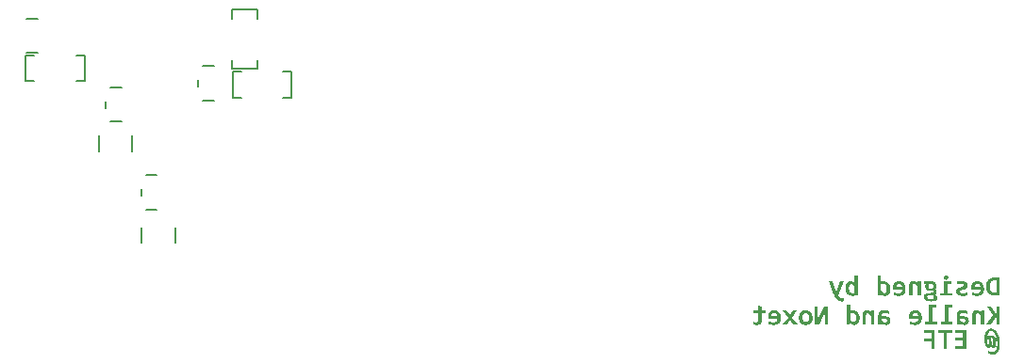
<source format=gbo>
G04*
G04 #@! TF.GenerationSoftware,Altium Limited,Altium Designer,24.3.1 (35)*
G04*
G04 Layer_Color=32896*
%FSLAX25Y25*%
%MOIN*%
G70*
G04*
G04 #@! TF.SameCoordinates,5149264C-F6EF-45E8-801D-D6D5ED924B73*
G04*
G04*
G04 #@! TF.FilePolarity,Positive*
G04*
G01*
G75*
%ADD11C,0.00787*%
G36*
X422521Y-71134D02*
X422619Y-71156D01*
X422696Y-71178D01*
X422707Y-71189D01*
X422718D01*
X422816Y-71244D01*
X422893Y-71298D01*
X422947Y-71342D01*
X422969Y-71364D01*
X423046Y-71451D01*
X423090Y-71528D01*
X423122Y-71593D01*
X423133Y-71604D01*
Y-71615D01*
X423166Y-71724D01*
X423177Y-71823D01*
X423188Y-71867D01*
Y-71888D01*
Y-71910D01*
Y-71921D01*
X423177Y-72041D01*
X423155Y-72140D01*
X423144Y-72205D01*
X423133Y-72216D01*
Y-72227D01*
X423090Y-72326D01*
X423035Y-72402D01*
X422991Y-72457D01*
X422969Y-72479D01*
X422882Y-72544D01*
X422805Y-72599D01*
X422740Y-72632D01*
X422729Y-72643D01*
X422718D01*
X422609Y-72675D01*
X422510Y-72686D01*
X422467Y-72697D01*
X422401D01*
X422281Y-72686D01*
X422182Y-72664D01*
X422117Y-72654D01*
X422106Y-72643D01*
X422095D01*
X421996Y-72588D01*
X421920Y-72533D01*
X421865Y-72490D01*
X421843Y-72479D01*
X421767Y-72391D01*
X421723Y-72315D01*
X421690Y-72249D01*
X421679Y-72238D01*
Y-72227D01*
X421636Y-72118D01*
X421625Y-72020D01*
X421614Y-71976D01*
Y-71954D01*
Y-71932D01*
Y-71921D01*
X421625Y-71801D01*
X421647Y-71703D01*
X421669Y-71637D01*
X421679Y-71626D01*
Y-71615D01*
X421723Y-71517D01*
X421778Y-71440D01*
X421822Y-71386D01*
X421843Y-71364D01*
X421931Y-71287D01*
X422007Y-71233D01*
X422073Y-71200D01*
X422084Y-71189D01*
X422095D01*
X422204Y-71145D01*
X422302Y-71134D01*
X422346Y-71123D01*
X422401D01*
X422521Y-71134D01*
D02*
G37*
G36*
X391305Y-78075D02*
X390988Y-78173D01*
X390835Y-78206D01*
X390693Y-78239D01*
X390584Y-78261D01*
X390485Y-78282D01*
X390431Y-78293D01*
X390409D01*
X390048Y-78337D01*
X389884Y-78348D01*
X389731Y-78359D01*
X389600Y-78370D01*
X389403D01*
X389196Y-78359D01*
X389010Y-78348D01*
X388835Y-78326D01*
X388682Y-78293D01*
X388551Y-78261D01*
X388452Y-78239D01*
X388398Y-78228D01*
X388376Y-78217D01*
X388201Y-78151D01*
X388048Y-78075D01*
X387906Y-77987D01*
X387786Y-77911D01*
X387687Y-77834D01*
X387611Y-77780D01*
X387567Y-77736D01*
X387556Y-77725D01*
X387436Y-77594D01*
X387327Y-77452D01*
X387228Y-77321D01*
X387152Y-77189D01*
X387086Y-77069D01*
X387042Y-76982D01*
X387020Y-76916D01*
X387010Y-76894D01*
X386944Y-76698D01*
X386900Y-76501D01*
X386857Y-76293D01*
X386835Y-76107D01*
X386824Y-75943D01*
Y-75878D01*
X386813Y-75823D01*
Y-75769D01*
Y-75736D01*
Y-75714D01*
Y-75703D01*
Y-75495D01*
X386835Y-75299D01*
X386857Y-75124D01*
X386878Y-74971D01*
X386900Y-74840D01*
X386922Y-74741D01*
X386933Y-74686D01*
X386944Y-74665D01*
X386999Y-74490D01*
X387053Y-74337D01*
X387108Y-74206D01*
X387174Y-74085D01*
X387217Y-73998D01*
X387261Y-73921D01*
X387294Y-73878D01*
X387305Y-73867D01*
X387392Y-73747D01*
X387491Y-73648D01*
X387589Y-73561D01*
X387676Y-73495D01*
X387764Y-73440D01*
X387829Y-73397D01*
X387873Y-73375D01*
X387884Y-73364D01*
X388015Y-73298D01*
X388146Y-73255D01*
X388277Y-73222D01*
X388398Y-73200D01*
X388507Y-73189D01*
X388583Y-73178D01*
X388660D01*
X388846Y-73189D01*
X389010Y-73211D01*
X389152Y-73244D01*
X389283Y-73287D01*
X389381Y-73331D01*
X389458Y-73364D01*
X389502Y-73386D01*
X389524Y-73397D01*
X389655Y-73484D01*
X389775Y-73572D01*
X389884Y-73659D01*
X389972Y-73757D01*
X390048Y-73834D01*
X390114Y-73900D01*
X390146Y-73943D01*
X390157Y-73954D01*
X390103Y-72970D01*
Y-71331D01*
X391305D01*
Y-78075D01*
D02*
G37*
G36*
X384354Y-78282D02*
X384430Y-78446D01*
X384496Y-78578D01*
X384528Y-78621D01*
X384550Y-78665D01*
X384561Y-78687D01*
X384572Y-78698D01*
X384670Y-78829D01*
X384758Y-78938D01*
X384791Y-78982D01*
X384823Y-79015D01*
X384835Y-79026D01*
X384845Y-79037D01*
X384966Y-79135D01*
X385064Y-79201D01*
X385108Y-79223D01*
X385140Y-79244D01*
X385162Y-79255D01*
X385173D01*
X385304Y-79310D01*
X385425Y-79332D01*
X385479Y-79343D01*
X385611D01*
X385665Y-79332D01*
X385774D01*
X385829Y-79321D01*
X385884D01*
X385949Y-79310D01*
X385993D01*
X386037Y-79299D01*
X386048D01*
X386102Y-79288D01*
X386179D01*
Y-80294D01*
X386070Y-80304D01*
X385971Y-80315D01*
X385906Y-80326D01*
X385884D01*
X385785Y-80337D01*
X385698Y-80348D01*
X385611D01*
X385425Y-80337D01*
X385250Y-80315D01*
X385086Y-80294D01*
X384955Y-80261D01*
X384835Y-80228D01*
X384758Y-80195D01*
X384703Y-80184D01*
X384682Y-80173D01*
X384528Y-80108D01*
X384386Y-80031D01*
X384255Y-79944D01*
X384146Y-79867D01*
X384058Y-79791D01*
X383982Y-79736D01*
X383938Y-79692D01*
X383927Y-79681D01*
X383807Y-79550D01*
X383687Y-79419D01*
X383577Y-79277D01*
X383490Y-79146D01*
X383414Y-79037D01*
X383359Y-78938D01*
X383315Y-78884D01*
X383304Y-78862D01*
X383195Y-78676D01*
X383097Y-78479D01*
X383009Y-78293D01*
X382922Y-78118D01*
X382856Y-77965D01*
X382802Y-77845D01*
X382780Y-77802D01*
X382769Y-77769D01*
X382758Y-77747D01*
Y-77736D01*
X381009Y-73287D01*
X382299D01*
X383348Y-76162D01*
X383654Y-77036D01*
X383960Y-76129D01*
X385009Y-73287D01*
X386343D01*
X384354Y-78282D01*
D02*
G37*
G36*
X433670Y-73189D02*
X433855Y-73211D01*
X434020Y-73244D01*
X434162Y-73277D01*
X434282Y-73309D01*
X434369Y-73342D01*
X434424Y-73364D01*
X434446Y-73375D01*
X434599Y-73451D01*
X434741Y-73550D01*
X434872Y-73637D01*
X434981Y-73725D01*
X435069Y-73812D01*
X435134Y-73878D01*
X435178Y-73921D01*
X435189Y-73932D01*
X435298Y-74074D01*
X435386Y-74217D01*
X435473Y-74359D01*
X435539Y-74490D01*
X435593Y-74610D01*
X435626Y-74697D01*
X435648Y-74763D01*
X435659Y-74774D01*
Y-74785D01*
X435714Y-74971D01*
X435757Y-75167D01*
X435779Y-75353D01*
X435801Y-75517D01*
X435812Y-75670D01*
X435823Y-75790D01*
Y-75834D01*
Y-75856D01*
Y-75878D01*
Y-75889D01*
X435812Y-76107D01*
X435801Y-76315D01*
X435768Y-76501D01*
X435736Y-76654D01*
X435714Y-76785D01*
X435681Y-76883D01*
X435670Y-76949D01*
X435659Y-76960D01*
Y-76971D01*
X435593Y-77135D01*
X435517Y-77288D01*
X435429Y-77430D01*
X435353Y-77539D01*
X435287Y-77638D01*
X435233Y-77703D01*
X435189Y-77747D01*
X435178Y-77758D01*
X435058Y-77867D01*
X434927Y-77965D01*
X434796Y-78053D01*
X434675Y-78118D01*
X434566Y-78173D01*
X434489Y-78206D01*
X434435Y-78228D01*
X434413Y-78239D01*
X434238Y-78293D01*
X434063Y-78326D01*
X433888Y-78359D01*
X433735Y-78370D01*
X433593Y-78381D01*
X433484Y-78392D01*
X433222D01*
X433069Y-78381D01*
X433014D01*
X432970Y-78370D01*
X432927D01*
X432752Y-78348D01*
X432664D01*
X432599Y-78337D01*
X432533Y-78326D01*
X432489Y-78315D01*
X432446D01*
X432271Y-78293D01*
X432194Y-78282D01*
X432129Y-78272D01*
X432063Y-78261D01*
X432019Y-78250D01*
X431987D01*
X431822Y-78217D01*
X431691Y-78173D01*
X431637Y-78162D01*
X431593Y-78151D01*
X431571Y-78140D01*
X431560D01*
Y-77189D01*
X431724Y-77233D01*
X431888Y-77277D01*
X432030Y-77310D01*
X432161Y-77332D01*
X432271Y-77353D01*
X432347Y-77364D01*
X432402Y-77375D01*
X432424D01*
X432577Y-77397D01*
X432719Y-77408D01*
X432850Y-77419D01*
X432970D01*
X433069Y-77430D01*
X433200D01*
X433418Y-77419D01*
X433517Y-77397D01*
X433604Y-77386D01*
X433681Y-77364D01*
X433735Y-77353D01*
X433768Y-77342D01*
X433779D01*
X433954Y-77266D01*
X434030Y-77222D01*
X434096Y-77179D01*
X434140Y-77146D01*
X434183Y-77113D01*
X434205Y-77102D01*
X434216Y-77091D01*
X434336Y-76949D01*
X434424Y-76818D01*
X434457Y-76763D01*
X434479Y-76719D01*
X434500Y-76687D01*
Y-76676D01*
X434555Y-76479D01*
X434577Y-76381D01*
X434588Y-76282D01*
Y-76206D01*
X434599Y-76140D01*
Y-76096D01*
Y-76086D01*
X431320D01*
X431309Y-75954D01*
Y-75845D01*
X431298Y-75790D01*
Y-75758D01*
Y-75736D01*
Y-75725D01*
X431287Y-75594D01*
Y-75495D01*
Y-75430D01*
Y-75408D01*
X431298Y-75233D01*
X431309Y-75058D01*
X431331Y-74905D01*
X431363Y-74774D01*
X431396Y-74665D01*
X431418Y-74577D01*
X431429Y-74533D01*
X431440Y-74512D01*
X431495Y-74370D01*
X431560Y-74227D01*
X431637Y-74107D01*
X431702Y-74009D01*
X431757Y-73921D01*
X431812Y-73867D01*
X431844Y-73823D01*
X431855Y-73812D01*
X431965Y-73703D01*
X432074Y-73615D01*
X432194Y-73539D01*
X432303Y-73473D01*
X432402Y-73419D01*
X432478Y-73386D01*
X432522Y-73364D01*
X432544Y-73353D01*
X432697Y-73298D01*
X432861Y-73255D01*
X433014Y-73222D01*
X433156Y-73200D01*
X433287Y-73189D01*
X433386Y-73178D01*
X433473D01*
X433670Y-73189D01*
D02*
G37*
G36*
X405962Y-73189D02*
X406148Y-73211D01*
X406312Y-73244D01*
X406454Y-73277D01*
X406574Y-73309D01*
X406662Y-73342D01*
X406716Y-73364D01*
X406738Y-73375D01*
X406891Y-73451D01*
X407033Y-73550D01*
X407164Y-73637D01*
X407274Y-73725D01*
X407361Y-73812D01*
X407427Y-73878D01*
X407471Y-73921D01*
X407481Y-73932D01*
X407591Y-74074D01*
X407678Y-74217D01*
X407766Y-74359D01*
X407831Y-74490D01*
X407886Y-74610D01*
X407919Y-74697D01*
X407940Y-74763D01*
X407951Y-74774D01*
Y-74785D01*
X408006Y-74971D01*
X408050Y-75167D01*
X408072Y-75353D01*
X408094Y-75517D01*
X408104Y-75670D01*
X408115Y-75790D01*
Y-75834D01*
Y-75856D01*
Y-75878D01*
Y-75889D01*
X408104Y-76107D01*
X408094Y-76315D01*
X408061Y-76501D01*
X408028Y-76654D01*
X408006Y-76785D01*
X407973Y-76883D01*
X407962Y-76949D01*
X407951Y-76960D01*
Y-76971D01*
X407886Y-77135D01*
X407809Y-77288D01*
X407722Y-77430D01*
X407645Y-77539D01*
X407580Y-77638D01*
X407525Y-77703D01*
X407481Y-77747D01*
X407471Y-77758D01*
X407350Y-77867D01*
X407219Y-77965D01*
X407088Y-78053D01*
X406968Y-78118D01*
X406858Y-78173D01*
X406782Y-78206D01*
X406727Y-78228D01*
X406705Y-78239D01*
X406531Y-78293D01*
X406356Y-78326D01*
X406181Y-78359D01*
X406028Y-78370D01*
X405886Y-78381D01*
X405776Y-78392D01*
X405514D01*
X405361Y-78381D01*
X405306D01*
X405263Y-78370D01*
X405219D01*
X405044Y-78348D01*
X404957D01*
X404891Y-78337D01*
X404825Y-78326D01*
X404782Y-78315D01*
X404738D01*
X404563Y-78293D01*
X404487Y-78282D01*
X404421Y-78272D01*
X404355Y-78261D01*
X404312Y-78250D01*
X404279D01*
X404115Y-78217D01*
X403984Y-78173D01*
X403929Y-78162D01*
X403886Y-78151D01*
X403864Y-78140D01*
X403853D01*
Y-77189D01*
X404017Y-77233D01*
X404181Y-77277D01*
X404323Y-77310D01*
X404454Y-77332D01*
X404563Y-77353D01*
X404640Y-77364D01*
X404694Y-77375D01*
X404716D01*
X404869Y-77397D01*
X405011Y-77408D01*
X405142Y-77419D01*
X405263D01*
X405361Y-77430D01*
X405492D01*
X405711Y-77419D01*
X405809Y-77397D01*
X405897Y-77386D01*
X405973Y-77364D01*
X406028Y-77353D01*
X406061Y-77342D01*
X406072D01*
X406246Y-77266D01*
X406323Y-77222D01*
X406388Y-77179D01*
X406432Y-77146D01*
X406476Y-77113D01*
X406498Y-77102D01*
X406509Y-77091D01*
X406629Y-76949D01*
X406716Y-76818D01*
X406749Y-76763D01*
X406771Y-76719D01*
X406793Y-76687D01*
Y-76676D01*
X406847Y-76479D01*
X406869Y-76381D01*
X406880Y-76282D01*
Y-76206D01*
X406891Y-76140D01*
Y-76096D01*
Y-76086D01*
X403612D01*
X403601Y-75954D01*
Y-75845D01*
X403590Y-75790D01*
Y-75758D01*
Y-75736D01*
Y-75725D01*
X403579Y-75594D01*
Y-75495D01*
Y-75430D01*
Y-75408D01*
X403590Y-75233D01*
X403601Y-75058D01*
X403623Y-74905D01*
X403656Y-74774D01*
X403689Y-74665D01*
X403711Y-74577D01*
X403722Y-74533D01*
X403732Y-74512D01*
X403787Y-74370D01*
X403853Y-74227D01*
X403929Y-74107D01*
X403995Y-74009D01*
X404049Y-73921D01*
X404104Y-73867D01*
X404137Y-73823D01*
X404148Y-73812D01*
X404257Y-73703D01*
X404366Y-73615D01*
X404487Y-73539D01*
X404596Y-73473D01*
X404694Y-73419D01*
X404771Y-73386D01*
X404814Y-73364D01*
X404836Y-73353D01*
X404989Y-73298D01*
X405153Y-73255D01*
X405306Y-73222D01*
X405448Y-73200D01*
X405580Y-73189D01*
X405678Y-73178D01*
X405765D01*
X405962Y-73189D01*
D02*
G37*
G36*
X441441Y-78282D02*
X439812D01*
X439506Y-78272D01*
X439222Y-78250D01*
X438982Y-78206D01*
X438763Y-78162D01*
X438676Y-78151D01*
X438588Y-78129D01*
X438523Y-78108D01*
X438468Y-78086D01*
X438424Y-78075D01*
X438381Y-78064D01*
X438370Y-78053D01*
X438359D01*
X438140Y-77955D01*
X437943Y-77856D01*
X437769Y-77747D01*
X437626Y-77638D01*
X437506Y-77539D01*
X437419Y-77463D01*
X437375Y-77419D01*
X437353Y-77397D01*
X437211Y-77222D01*
X437091Y-77047D01*
X436992Y-76872D01*
X436916Y-76709D01*
X436850Y-76566D01*
X436807Y-76446D01*
X436796Y-76402D01*
X436785Y-76370D01*
X436774Y-76359D01*
Y-76348D01*
X436708Y-76118D01*
X436664Y-75878D01*
X436632Y-75648D01*
X436610Y-75441D01*
X436599Y-75255D01*
X436588Y-75178D01*
Y-75113D01*
Y-75069D01*
Y-75025D01*
Y-75003D01*
Y-74993D01*
X436599Y-74697D01*
X436621Y-74424D01*
X436643Y-74184D01*
X436676Y-73976D01*
X436719Y-73812D01*
X436730Y-73747D01*
X436741Y-73692D01*
X436752Y-73637D01*
X436763Y-73604D01*
X436774Y-73593D01*
Y-73583D01*
X436850Y-73375D01*
X436938Y-73178D01*
X437036Y-73014D01*
X437124Y-72872D01*
X437200Y-72763D01*
X437266Y-72675D01*
X437309Y-72632D01*
X437331Y-72610D01*
X437473Y-72479D01*
X437637Y-72358D01*
X437790Y-72260D01*
X437932Y-72184D01*
X438064Y-72118D01*
X438162Y-72074D01*
X438238Y-72052D01*
X438249Y-72041D01*
X438260D01*
X438468Y-71976D01*
X438687Y-71932D01*
X438905Y-71899D01*
X439102Y-71877D01*
X439277Y-71867D01*
X439353Y-71856D01*
X441441D01*
Y-78282D01*
D02*
G37*
G36*
X424357Y-74227D02*
X422947D01*
Y-77342D01*
X424532D01*
Y-78282D01*
X420269D01*
Y-77342D01*
X421712D01*
Y-73287D01*
X424357D01*
Y-74227D01*
D02*
G37*
G36*
X411023Y-73189D02*
X411099Y-73200D01*
X411176Y-73211D01*
X411230Y-73222D01*
X411274Y-73233D01*
X411307Y-73244D01*
X411318D01*
X411471Y-73298D01*
X411602Y-73353D01*
X411657Y-73375D01*
X411700Y-73397D01*
X411722Y-73408D01*
X411733Y-73419D01*
X411875Y-73506D01*
X411985Y-73593D01*
X412028Y-73626D01*
X412061Y-73659D01*
X412083Y-73670D01*
X412094Y-73681D01*
X412214Y-73801D01*
X412313Y-73910D01*
X412356Y-73965D01*
X412389Y-73998D01*
X412400Y-74020D01*
X412411Y-74031D01*
X412433Y-73287D01*
X413471D01*
Y-78282D01*
X412269D01*
Y-75124D01*
X412159Y-74971D01*
X412050Y-74840D01*
X411952Y-74730D01*
X411864Y-74632D01*
X411788Y-74555D01*
X411733Y-74501D01*
X411700Y-74468D01*
X411690Y-74457D01*
X411580Y-74370D01*
X411482Y-74315D01*
X411373Y-74271D01*
X411285Y-74238D01*
X411209Y-74217D01*
X411154Y-74206D01*
X411099D01*
X410990Y-74217D01*
X410892Y-74238D01*
X410815Y-74282D01*
X410749Y-74337D01*
X410640Y-74468D01*
X410564Y-74621D01*
X410520Y-74774D01*
X410498Y-74905D01*
X410487Y-74960D01*
Y-75003D01*
Y-75025D01*
Y-75036D01*
Y-78282D01*
X409285D01*
Y-74938D01*
Y-74796D01*
X409296Y-74654D01*
X409318Y-74533D01*
X409329Y-74424D01*
X409350Y-74337D01*
X409372Y-74271D01*
X409383Y-74227D01*
Y-74217D01*
X409427Y-74096D01*
X409471Y-73987D01*
X409514Y-73900D01*
X409569Y-73812D01*
X409613Y-73747D01*
X409646Y-73703D01*
X409667Y-73670D01*
X409678Y-73659D01*
X409831Y-73506D01*
X409984Y-73397D01*
X410050Y-73364D01*
X410105Y-73331D01*
X410137Y-73309D01*
X410148D01*
X410258Y-73266D01*
X410378Y-73233D01*
X410487Y-73211D01*
X410597Y-73189D01*
X410684D01*
X410760Y-73178D01*
X410826D01*
X411023Y-73189D01*
D02*
G37*
G36*
X428216Y-73200D02*
X428380Y-73211D01*
X428522Y-73233D01*
X428631Y-73255D01*
X428718Y-73277D01*
X428773Y-73287D01*
X428795Y-73298D01*
X428937Y-73342D01*
X429068Y-73397D01*
X429188Y-73451D01*
X429287Y-73506D01*
X429363Y-73550D01*
X429418Y-73593D01*
X429462Y-73615D01*
X429473Y-73626D01*
X429571Y-73703D01*
X429647Y-73779D01*
X429724Y-73856D01*
X429779Y-73932D01*
X429833Y-73998D01*
X429866Y-74053D01*
X429877Y-74085D01*
X429888Y-74096D01*
X429932Y-74195D01*
X429964Y-74304D01*
X429986Y-74402D01*
X429997Y-74490D01*
X430008Y-74566D01*
X430019Y-74621D01*
Y-74665D01*
Y-74676D01*
X430008Y-74894D01*
X429986Y-74982D01*
X429975Y-75058D01*
X429953Y-75135D01*
X429943Y-75178D01*
X429932Y-75211D01*
Y-75222D01*
X429855Y-75386D01*
X429757Y-75517D01*
X429724Y-75561D01*
X429691Y-75605D01*
X429669Y-75626D01*
X429658Y-75637D01*
X429505Y-75758D01*
X429363Y-75856D01*
X429298Y-75889D01*
X429243Y-75922D01*
X429210Y-75933D01*
X429199Y-75943D01*
X428981Y-76031D01*
X428871Y-76064D01*
X428773Y-76107D01*
X428686Y-76129D01*
X428620Y-76151D01*
X428565Y-76173D01*
X428554D01*
X428412Y-76217D01*
X428281Y-76249D01*
X428172Y-76282D01*
X428085Y-76315D01*
X428008Y-76348D01*
X427953Y-76359D01*
X427920Y-76381D01*
X427910D01*
X427822Y-76413D01*
X427746Y-76446D01*
X427680Y-76479D01*
X427625Y-76501D01*
X427582Y-76523D01*
X427549Y-76545D01*
X427538Y-76556D01*
X427527D01*
X427440Y-76621D01*
X427385Y-76676D01*
X427352Y-76719D01*
X427341Y-76741D01*
X427309Y-76807D01*
X427297Y-76872D01*
X427287Y-76916D01*
Y-76938D01*
X427297Y-77026D01*
X427319Y-77102D01*
X427363Y-77168D01*
X427407Y-77222D01*
X427451Y-77266D01*
X427494Y-77299D01*
X427516Y-77321D01*
X427527Y-77332D01*
X427625Y-77375D01*
X427735Y-77408D01*
X427964Y-77452D01*
X428074Y-77463D01*
X428161Y-77474D01*
X428237D01*
X428544Y-77463D01*
X428686Y-77452D01*
X428817Y-77430D01*
X428937Y-77419D01*
X429025Y-77408D01*
X429079Y-77397D01*
X429101D01*
X429440Y-77321D01*
X429593Y-77266D01*
X429735Y-77222D01*
X429844Y-77179D01*
X429943Y-77146D01*
X429997Y-77124D01*
X430019Y-77113D01*
Y-78195D01*
X429724Y-78250D01*
X429582Y-78282D01*
X429451Y-78293D01*
X429352Y-78315D01*
X429265Y-78326D01*
X429210Y-78337D01*
X429188D01*
X428839Y-78370D01*
X428675Y-78381D01*
X428522D01*
X428391Y-78392D01*
X428194D01*
X427888Y-78381D01*
X427757Y-78359D01*
X427636Y-78348D01*
X427527Y-78326D01*
X427451Y-78315D01*
X427407Y-78304D01*
X427385D01*
X427243Y-78272D01*
X427101Y-78228D01*
X426981Y-78184D01*
X426882Y-78140D01*
X426795Y-78108D01*
X426729Y-78075D01*
X426685Y-78053D01*
X426675Y-78042D01*
X426565Y-77965D01*
X426467Y-77878D01*
X426379Y-77802D01*
X426303Y-77725D01*
X426248Y-77649D01*
X426204Y-77594D01*
X426183Y-77561D01*
X426172Y-77550D01*
X426106Y-77430D01*
X426062Y-77310D01*
X426019Y-77179D01*
X425997Y-77069D01*
X425986Y-76971D01*
X425975Y-76883D01*
Y-76840D01*
Y-76818D01*
X425986Y-76610D01*
X425997Y-76523D01*
X426019Y-76446D01*
X426030Y-76392D01*
X426052Y-76348D01*
X426062Y-76315D01*
Y-76304D01*
X426139Y-76140D01*
X426226Y-76020D01*
X426259Y-75965D01*
X426292Y-75933D01*
X426314Y-75911D01*
X426325Y-75900D01*
X426390Y-75834D01*
X426467Y-75769D01*
X426620Y-75670D01*
X426696Y-75637D01*
X426740Y-75605D01*
X426784Y-75594D01*
X426795Y-75583D01*
X426915Y-75528D01*
X427035Y-75484D01*
X427155Y-75441D01*
X427276Y-75397D01*
X427374Y-75364D01*
X427451Y-75342D01*
X427505Y-75320D01*
X427527D01*
X427658Y-75277D01*
X427778Y-75244D01*
X427888Y-75211D01*
X427975Y-75178D01*
X428041Y-75156D01*
X428095Y-75135D01*
X428128Y-75124D01*
X428139D01*
X428292Y-75058D01*
X428402Y-75003D01*
X428445Y-74982D01*
X428478Y-74960D01*
X428489Y-74949D01*
X428500D01*
X428587Y-74883D01*
X428631Y-74829D01*
X428664Y-74785D01*
X428675Y-74774D01*
X428697Y-74708D01*
X428708Y-74632D01*
X428718Y-74588D01*
Y-74566D01*
X428708Y-74490D01*
X428686Y-74413D01*
X428609Y-74304D01*
X428565Y-74260D01*
X428533Y-74227D01*
X428511Y-74217D01*
X428500Y-74206D01*
X428412Y-74162D01*
X428314Y-74118D01*
X428117Y-74085D01*
X428041Y-74074D01*
X427964Y-74063D01*
X427910D01*
X427636Y-74074D01*
X427516Y-74085D01*
X427396Y-74096D01*
X427309Y-74107D01*
X427232Y-74118D01*
X427177Y-74129D01*
X427166D01*
X426882Y-74184D01*
X426740Y-74217D01*
X426620Y-74238D01*
X426511Y-74271D01*
X426434Y-74293D01*
X426379Y-74304D01*
X426358Y-74315D01*
Y-73331D01*
X426576Y-73287D01*
X426685Y-73277D01*
X426784Y-73266D01*
X426871Y-73244D01*
X426937D01*
X426981Y-73233D01*
X427002D01*
X427287Y-73200D01*
X427429Y-73189D01*
X427549D01*
X427669Y-73178D01*
X428030D01*
X428216Y-73200D01*
D02*
G37*
G36*
X399415Y-73287D02*
X399535Y-73255D01*
X399645Y-73233D01*
X399699D01*
X399732Y-73222D01*
X399765D01*
X399896Y-73200D01*
X400016Y-73189D01*
X400137D01*
X400344Y-73200D01*
X400530Y-73211D01*
X400705Y-73244D01*
X400858Y-73266D01*
X400989Y-73298D01*
X401077Y-73331D01*
X401142Y-73342D01*
X401153Y-73353D01*
X401164D01*
X401339Y-73419D01*
X401492Y-73495D01*
X401634Y-73583D01*
X401754Y-73670D01*
X401853Y-73736D01*
X401918Y-73801D01*
X401973Y-73845D01*
X401984Y-73856D01*
X402104Y-73987D01*
X402213Y-74118D01*
X402301Y-74260D01*
X402377Y-74391D01*
X402443Y-74512D01*
X402486Y-74599D01*
X402508Y-74665D01*
X402519Y-74676D01*
Y-74686D01*
X402585Y-74883D01*
X402629Y-75080D01*
X402661Y-75288D01*
X402683Y-75473D01*
X402694Y-75637D01*
Y-75703D01*
X402705Y-75758D01*
Y-75812D01*
Y-75845D01*
Y-75867D01*
Y-75878D01*
X402694Y-76086D01*
X402683Y-76282D01*
X402661Y-76468D01*
X402639Y-76621D01*
X402618Y-76752D01*
X402607Y-76840D01*
X402585Y-76905D01*
Y-76916D01*
Y-76927D01*
X402530Y-77091D01*
X402476Y-77244D01*
X402421Y-77375D01*
X402366Y-77495D01*
X402312Y-77583D01*
X402268Y-77659D01*
X402246Y-77703D01*
X402235Y-77714D01*
X402137Y-77834D01*
X402038Y-77933D01*
X401951Y-78020D01*
X401853Y-78086D01*
X401776Y-78140D01*
X401710Y-78184D01*
X401667Y-78206D01*
X401656Y-78217D01*
X401525Y-78272D01*
X401382Y-78315D01*
X401251Y-78348D01*
X401131Y-78370D01*
X401022Y-78381D01*
X400945Y-78392D01*
X400869D01*
X400672Y-78381D01*
X400596Y-78370D01*
X400519Y-78359D01*
X400464Y-78348D01*
X400410Y-78337D01*
X400388Y-78326D01*
X400377D01*
X400224Y-78282D01*
X400093Y-78228D01*
X400038Y-78195D01*
X400005Y-78184D01*
X399984Y-78162D01*
X399973D01*
X399830Y-78075D01*
X399721Y-77987D01*
X399677Y-77955D01*
X399645Y-77922D01*
X399623Y-77911D01*
X399612Y-77900D01*
X399492Y-77780D01*
X399382Y-77659D01*
X399349Y-77616D01*
X399317Y-77583D01*
X399295Y-77561D01*
X399284Y-77550D01*
X399262Y-78282D01*
X398213D01*
Y-71331D01*
X399415D01*
Y-73287D01*
D02*
G37*
G36*
X417329Y-73211D02*
X417460Y-73222D01*
X417581Y-73244D01*
X417679Y-73266D01*
X417756Y-73287D01*
X417799Y-73298D01*
X417821Y-73309D01*
X417952Y-73364D01*
X418073Y-73419D01*
X418182Y-73473D01*
X418269Y-73528D01*
X418346Y-73583D01*
X418411Y-73626D01*
X418444Y-73648D01*
X418455Y-73659D01*
X418543Y-73747D01*
X418630Y-73834D01*
X418707Y-73932D01*
X418761Y-74009D01*
X418805Y-74085D01*
X418838Y-74151D01*
X418860Y-74195D01*
X418870Y-74206D01*
X418914Y-74326D01*
X418947Y-74457D01*
X418980Y-74577D01*
X418991Y-74697D01*
X419002Y-74796D01*
X419013Y-74872D01*
Y-74927D01*
Y-74949D01*
X419002Y-75091D01*
X418991Y-75211D01*
X418969Y-75320D01*
X418947Y-75419D01*
X418925Y-75495D01*
X418914Y-75550D01*
X418892Y-75583D01*
Y-75594D01*
X418794Y-75769D01*
X418750Y-75845D01*
X418696Y-75911D01*
X418663Y-75954D01*
X418630Y-75998D01*
X418608Y-76020D01*
X418597Y-76031D01*
X418674Y-76118D01*
X418728Y-76195D01*
X418772Y-76249D01*
X418794Y-76260D01*
Y-76271D01*
X418860Y-76359D01*
X418903Y-76446D01*
X418947Y-76512D01*
X418958Y-76523D01*
Y-76534D01*
X419002Y-76632D01*
X419034Y-76719D01*
X419056Y-76785D01*
X419067Y-76796D01*
Y-76807D01*
X419089Y-76916D01*
X419100Y-77015D01*
X419111Y-77058D01*
Y-77080D01*
Y-77102D01*
Y-77113D01*
X419100Y-77200D01*
X419089Y-77288D01*
X419067Y-77375D01*
X419045Y-77441D01*
X419024Y-77495D01*
X419013Y-77539D01*
X418991Y-77572D01*
Y-77583D01*
X418936Y-77659D01*
X418881Y-77725D01*
X418761Y-77834D01*
X418717Y-77878D01*
X418674Y-77911D01*
X418641Y-77922D01*
X418630Y-77933D01*
X418750Y-78031D01*
X418849Y-78108D01*
X418914Y-78162D01*
X418925Y-78173D01*
X418936Y-78184D01*
X419024Y-78272D01*
X419089Y-78359D01*
X419144Y-78414D01*
X419155Y-78425D01*
Y-78435D01*
X419209Y-78545D01*
X419253Y-78632D01*
X419275Y-78698D01*
X419286Y-78709D01*
Y-78720D01*
X419308Y-78840D01*
X419319Y-78938D01*
X419330Y-78982D01*
Y-79015D01*
Y-79037D01*
Y-79048D01*
X419319Y-79146D01*
X419308Y-79244D01*
X419286Y-79332D01*
X419264Y-79408D01*
X419242Y-79474D01*
X419220Y-79518D01*
X419198Y-79550D01*
Y-79561D01*
X419144Y-79649D01*
X419078Y-79725D01*
X419013Y-79802D01*
X418947Y-79856D01*
X418892Y-79911D01*
X418838Y-79944D01*
X418805Y-79966D01*
X418794Y-79977D01*
X418685Y-80042D01*
X418565Y-80097D01*
X418444Y-80141D01*
X418335Y-80173D01*
X418237Y-80206D01*
X418149Y-80228D01*
X418105Y-80250D01*
X418083D01*
X417909Y-80283D01*
X417734Y-80304D01*
X417559Y-80326D01*
X417395Y-80337D01*
X417253D01*
X417144Y-80348D01*
X417045D01*
X416816Y-80337D01*
X416608Y-80326D01*
X416422Y-80304D01*
X416269Y-80272D01*
X416138Y-80250D01*
X416040Y-80228D01*
X415974Y-80217D01*
X415952Y-80206D01*
X415777Y-80151D01*
X415624Y-80097D01*
X415493Y-80031D01*
X415373Y-79977D01*
X415274Y-79922D01*
X415209Y-79878D01*
X415165Y-79856D01*
X415154Y-79845D01*
X415045Y-79758D01*
X414947Y-79660D01*
X414870Y-79572D01*
X414805Y-79485D01*
X414750Y-79408D01*
X414717Y-79354D01*
X414695Y-79310D01*
X414684Y-79299D01*
X414630Y-79179D01*
X414586Y-79069D01*
X414564Y-78960D01*
X414542Y-78851D01*
X414531Y-78774D01*
X414520Y-78698D01*
Y-78654D01*
Y-78643D01*
Y-78534D01*
X414542Y-78435D01*
X414564Y-78348D01*
X414586Y-78272D01*
X414608Y-78206D01*
X414630Y-78162D01*
X414641Y-78129D01*
X414651Y-78118D01*
X414706Y-78031D01*
X414761Y-77955D01*
X414816Y-77889D01*
X414881Y-77823D01*
X414925Y-77780D01*
X414968Y-77747D01*
X415001Y-77725D01*
X415012Y-77714D01*
X415198Y-77594D01*
X415373Y-77517D01*
X415449Y-77485D01*
X415504Y-77463D01*
X415548Y-77452D01*
X415559D01*
X415810Y-77397D01*
X415930Y-77375D01*
X416040Y-77364D01*
X416138Y-77353D01*
X416280D01*
X417460Y-77310D01*
X417548Y-77299D01*
X417625Y-77288D01*
X417679Y-77266D01*
X417701D01*
X417767Y-77233D01*
X417821Y-77200D01*
X417865Y-77179D01*
X417876Y-77168D01*
X417931Y-77113D01*
X417963Y-77069D01*
X417985Y-77036D01*
X417996Y-77026D01*
X418018Y-76960D01*
X418029Y-76905D01*
Y-76872D01*
Y-76862D01*
X418018Y-76774D01*
X417996Y-76709D01*
X417985Y-76665D01*
X417974Y-76643D01*
X417931Y-76566D01*
X417887Y-76512D01*
X417843Y-76468D01*
X417832Y-76457D01*
X417734Y-76501D01*
X417625Y-76545D01*
X417581Y-76556D01*
X417537Y-76566D01*
X417515Y-76577D01*
X417504D01*
X417340Y-76599D01*
X417176Y-76610D01*
X417122Y-76621D01*
X416859D01*
X416706Y-76599D01*
X416575Y-76588D01*
X416455Y-76566D01*
X416357Y-76545D01*
X416280Y-76534D01*
X416225Y-76512D01*
X416215D01*
X416083Y-76468D01*
X415963Y-76413D01*
X415854Y-76359D01*
X415756Y-76315D01*
X415679Y-76271D01*
X415624Y-76228D01*
X415591Y-76206D01*
X415581Y-76195D01*
X415482Y-76107D01*
X415406Y-76020D01*
X415340Y-75933D01*
X415274Y-75845D01*
X415231Y-75769D01*
X415198Y-75714D01*
X415187Y-75670D01*
X415176Y-75659D01*
X415122Y-75528D01*
X415089Y-75408D01*
X415056Y-75277D01*
X415045Y-75167D01*
X415034Y-75069D01*
X415023Y-74982D01*
Y-74938D01*
Y-74916D01*
X415034Y-74774D01*
X415056Y-74654D01*
X415067Y-74599D01*
X415078Y-74566D01*
X415089Y-74544D01*
Y-74533D01*
X415143Y-74391D01*
X415198Y-74271D01*
X415231Y-74227D01*
X415253Y-74195D01*
X415264Y-74173D01*
X415274Y-74162D01*
X414488Y-74162D01*
Y-73287D01*
X416225Y-73287D01*
X416357Y-73255D01*
X416477Y-73233D01*
X416521D01*
X416564Y-73222D01*
X416597D01*
X416750Y-73200D01*
X416892Y-73189D01*
X417176D01*
X417329Y-73211D01*
D02*
G37*
G36*
X428631Y-83492D02*
X428795Y-83514D01*
X428948Y-83525D01*
X429068Y-83546D01*
X429167Y-83568D01*
X429221Y-83579D01*
X429243D01*
X429418Y-83612D01*
X429571Y-83656D01*
X429713Y-83699D01*
X429833Y-83732D01*
X429932Y-83765D01*
X429997Y-83787D01*
X430052Y-83798D01*
X430063Y-83809D01*
Y-84771D01*
X429768Y-84650D01*
X429626Y-84607D01*
X429505Y-84563D01*
X429396Y-84541D01*
X429320Y-84519D01*
X429265Y-84497D01*
X429243D01*
X428915Y-84432D01*
X428773Y-84410D01*
X428631Y-84399D01*
X428522Y-84388D01*
X428358D01*
X428172Y-84399D01*
X428085Y-84410D01*
X428019Y-84421D01*
X427964Y-84432D01*
X427920Y-84443D01*
X427899Y-84453D01*
X427888D01*
X427757Y-84497D01*
X427658Y-84552D01*
X427593Y-84596D01*
X427571Y-84618D01*
X427494Y-84705D01*
X427440Y-84792D01*
X427407Y-84858D01*
X427396Y-84869D01*
Y-84880D01*
X427363Y-85000D01*
X427352Y-85109D01*
X427341Y-85164D01*
Y-85197D01*
Y-85219D01*
Y-85230D01*
Y-85525D01*
X428227D01*
X428434Y-85546D01*
X428620Y-85568D01*
X428773Y-85590D01*
X428904Y-85612D01*
X429003Y-85634D01*
X429068Y-85645D01*
X429079Y-85656D01*
X429090D01*
X429254Y-85700D01*
X429407Y-85754D01*
X429538Y-85820D01*
X429647Y-85874D01*
X429735Y-85918D01*
X429801Y-85962D01*
X429844Y-85984D01*
X429855Y-85995D01*
X429964Y-86071D01*
X430052Y-86159D01*
X430139Y-86246D01*
X430194Y-86334D01*
X430249Y-86399D01*
X430281Y-86454D01*
X430303Y-86497D01*
X430314Y-86508D01*
X430358Y-86618D01*
X430391Y-86738D01*
X430423Y-86847D01*
X430434Y-86946D01*
X430445Y-87033D01*
X430456Y-87099D01*
Y-87142D01*
Y-87164D01*
X430445Y-87405D01*
X430423Y-87514D01*
X430402Y-87601D01*
X430391Y-87678D01*
X430369Y-87732D01*
X430358Y-87776D01*
Y-87787D01*
X430270Y-87984D01*
X430216Y-88071D01*
X430172Y-88137D01*
X430128Y-88203D01*
X430096Y-88246D01*
X430074Y-88268D01*
X430063Y-88279D01*
X429899Y-88410D01*
X429746Y-88509D01*
X429680Y-88541D01*
X429626Y-88563D01*
X429593Y-88585D01*
X429582D01*
X429352Y-88651D01*
X429232Y-88673D01*
X429134Y-88683D01*
X429035D01*
X428970Y-88694D01*
X428904D01*
X428697Y-88683D01*
X428609Y-88673D01*
X428522Y-88662D01*
X428456D01*
X428412Y-88651D01*
X428380Y-88640D01*
X428369D01*
X428194Y-88596D01*
X428117Y-88563D01*
X428041Y-88541D01*
X427986Y-88520D01*
X427942Y-88498D01*
X427920Y-88487D01*
X427910D01*
X427768Y-88399D01*
X427647Y-88323D01*
X427604Y-88290D01*
X427571Y-88268D01*
X427549Y-88257D01*
X427538Y-88246D01*
X427407Y-88137D01*
X427297Y-88039D01*
X427265Y-87995D01*
X427232Y-87973D01*
X427210Y-87951D01*
X427199Y-87940D01*
X427177Y-88585D01*
X426139D01*
Y-85175D01*
Y-85022D01*
X426161Y-84880D01*
X426183Y-84760D01*
X426204Y-84650D01*
X426226Y-84563D01*
X426248Y-84497D01*
X426259Y-84453D01*
X426270Y-84443D01*
X426325Y-84333D01*
X426379Y-84224D01*
X426445Y-84137D01*
X426511Y-84060D01*
X426565Y-84005D01*
X426609Y-83951D01*
X426642Y-83929D01*
X426653Y-83918D01*
X426751Y-83842D01*
X426860Y-83776D01*
X426970Y-83721D01*
X427079Y-83667D01*
X427166Y-83634D01*
X427243Y-83612D01*
X427287Y-83590D01*
X427309D01*
X427461Y-83557D01*
X427625Y-83525D01*
X427778Y-83503D01*
X427931Y-83492D01*
X428063Y-83481D01*
X428445D01*
X428631Y-83492D01*
D02*
G37*
G36*
X400923Y-83492D02*
X401087Y-83514D01*
X401240Y-83525D01*
X401361Y-83546D01*
X401459Y-83568D01*
X401514Y-83579D01*
X401536D01*
X401710Y-83612D01*
X401863Y-83656D01*
X402005Y-83699D01*
X402126Y-83732D01*
X402224Y-83765D01*
X402290Y-83787D01*
X402344Y-83798D01*
X402355Y-83809D01*
Y-84771D01*
X402060Y-84650D01*
X401918Y-84607D01*
X401798Y-84563D01*
X401688Y-84541D01*
X401612Y-84519D01*
X401557Y-84497D01*
X401536D01*
X401208Y-84432D01*
X401065Y-84410D01*
X400923Y-84399D01*
X400814Y-84388D01*
X400650D01*
X400464Y-84399D01*
X400377Y-84410D01*
X400311Y-84421D01*
X400257Y-84432D01*
X400213Y-84443D01*
X400191Y-84453D01*
X400180D01*
X400049Y-84497D01*
X399951Y-84552D01*
X399885Y-84596D01*
X399863Y-84618D01*
X399787Y-84705D01*
X399732Y-84792D01*
X399699Y-84858D01*
X399688Y-84869D01*
Y-84880D01*
X399656Y-85000D01*
X399645Y-85109D01*
X399634Y-85164D01*
Y-85197D01*
Y-85219D01*
Y-85230D01*
Y-85525D01*
X400519D01*
X400727Y-85547D01*
X400913Y-85568D01*
X401065Y-85590D01*
X401197Y-85612D01*
X401295Y-85634D01*
X401361Y-85645D01*
X401372Y-85656D01*
X401382D01*
X401546Y-85700D01*
X401699Y-85754D01*
X401831Y-85820D01*
X401940Y-85874D01*
X402027Y-85918D01*
X402093Y-85962D01*
X402137Y-85984D01*
X402148Y-85995D01*
X402257Y-86071D01*
X402344Y-86159D01*
X402432Y-86246D01*
X402486Y-86334D01*
X402541Y-86399D01*
X402574Y-86454D01*
X402596Y-86497D01*
X402607Y-86508D01*
X402650Y-86618D01*
X402683Y-86738D01*
X402716Y-86847D01*
X402727Y-86946D01*
X402738Y-87033D01*
X402749Y-87099D01*
Y-87142D01*
Y-87164D01*
X402738Y-87405D01*
X402716Y-87514D01*
X402694Y-87601D01*
X402683Y-87678D01*
X402661Y-87733D01*
X402650Y-87776D01*
Y-87787D01*
X402563Y-87984D01*
X402508Y-88071D01*
X402465Y-88137D01*
X402421Y-88203D01*
X402388Y-88246D01*
X402366Y-88268D01*
X402355Y-88279D01*
X402191Y-88410D01*
X402038Y-88509D01*
X401973Y-88541D01*
X401918Y-88563D01*
X401885Y-88585D01*
X401874D01*
X401645Y-88651D01*
X401525Y-88673D01*
X401426Y-88683D01*
X401328D01*
X401262Y-88694D01*
X401197D01*
X400989Y-88683D01*
X400902Y-88673D01*
X400814Y-88662D01*
X400749D01*
X400705Y-88651D01*
X400672Y-88640D01*
X400661D01*
X400486Y-88596D01*
X400410Y-88563D01*
X400333Y-88541D01*
X400279Y-88520D01*
X400235Y-88498D01*
X400213Y-88487D01*
X400202D01*
X400060Y-88399D01*
X399940Y-88323D01*
X399896Y-88290D01*
X399863Y-88268D01*
X399841Y-88257D01*
X399830Y-88246D01*
X399699Y-88137D01*
X399590Y-88039D01*
X399557Y-87995D01*
X399524Y-87973D01*
X399502Y-87951D01*
X399492Y-87940D01*
X399470Y-88585D01*
X398431D01*
Y-85175D01*
Y-85022D01*
X398453Y-84880D01*
X398475Y-84760D01*
X398497Y-84650D01*
X398519Y-84563D01*
X398541Y-84497D01*
X398552Y-84453D01*
X398563Y-84443D01*
X398617Y-84333D01*
X398672Y-84224D01*
X398737Y-84137D01*
X398803Y-84060D01*
X398858Y-84005D01*
X398901Y-83951D01*
X398934Y-83929D01*
X398945Y-83918D01*
X399043Y-83842D01*
X399153Y-83776D01*
X399262Y-83721D01*
X399371Y-83667D01*
X399459Y-83634D01*
X399535Y-83612D01*
X399579Y-83590D01*
X399601D01*
X399754Y-83557D01*
X399918Y-83525D01*
X400071Y-83503D01*
X400224Y-83492D01*
X400355Y-83481D01*
X400738D01*
X400923Y-83492D01*
D02*
G37*
G36*
X441441Y-88585D02*
X440206D01*
Y-85481D01*
X438282Y-88585D01*
X436719D01*
X439014Y-85230D01*
X436829Y-82158D01*
X438293D01*
X440206Y-85098D01*
Y-82158D01*
X441441D01*
Y-88585D01*
D02*
G37*
G36*
X368013Y-86071D02*
X369882Y-88585D01*
X368428D01*
X367281Y-86902D01*
X366144Y-88585D01*
X364647D01*
X366472Y-86060D01*
X364745Y-83590D01*
X366101D01*
X367194Y-85241D01*
X368319Y-83590D01*
X369773D01*
X368013Y-86071D01*
D02*
G37*
G36*
X380659Y-88585D02*
X379555D01*
Y-86596D01*
Y-83929D01*
X379205Y-84760D01*
X377489Y-88585D01*
X376003D01*
Y-82158D01*
X377107D01*
Y-83940D01*
Y-86771D01*
X377424Y-86027D01*
X379173Y-82158D01*
X380659D01*
Y-88585D01*
D02*
G37*
G36*
X411711Y-83492D02*
X411897Y-83514D01*
X412061Y-83546D01*
X412203Y-83579D01*
X412323Y-83612D01*
X412411Y-83645D01*
X412465Y-83667D01*
X412487Y-83678D01*
X412640Y-83754D01*
X412782Y-83852D01*
X412914Y-83940D01*
X413023Y-84027D01*
X413110Y-84115D01*
X413176Y-84180D01*
X413220Y-84224D01*
X413231Y-84235D01*
X413340Y-84377D01*
X413427Y-84519D01*
X413515Y-84661D01*
X413580Y-84792D01*
X413635Y-84913D01*
X413668Y-85000D01*
X413690Y-85066D01*
X413701Y-85077D01*
Y-85088D01*
X413755Y-85273D01*
X413799Y-85470D01*
X413821Y-85656D01*
X413843Y-85820D01*
X413854Y-85973D01*
X413865Y-86093D01*
Y-86137D01*
Y-86159D01*
Y-86181D01*
Y-86191D01*
X413854Y-86410D01*
X413843Y-86618D01*
X413810Y-86804D01*
X413777Y-86957D01*
X413755Y-87088D01*
X413723Y-87186D01*
X413712Y-87252D01*
X413701Y-87263D01*
Y-87274D01*
X413635Y-87437D01*
X413558Y-87590D01*
X413471Y-87733D01*
X413395Y-87842D01*
X413329Y-87940D01*
X413274Y-88006D01*
X413231Y-88050D01*
X413220Y-88060D01*
X413099Y-88170D01*
X412968Y-88268D01*
X412837Y-88356D01*
X412717Y-88421D01*
X412608Y-88476D01*
X412531Y-88509D01*
X412476Y-88530D01*
X412455Y-88541D01*
X412280Y-88596D01*
X412105Y-88629D01*
X411930Y-88662D01*
X411777Y-88673D01*
X411635Y-88683D01*
X411525Y-88694D01*
X411263D01*
X411110Y-88683D01*
X411056D01*
X411012Y-88673D01*
X410968D01*
X410793Y-88651D01*
X410706D01*
X410640Y-88640D01*
X410575Y-88629D01*
X410531Y-88618D01*
X410487D01*
X410312Y-88596D01*
X410236Y-88585D01*
X410170Y-88574D01*
X410105Y-88563D01*
X410061Y-88552D01*
X410028D01*
X409864Y-88520D01*
X409733Y-88476D01*
X409678Y-88465D01*
X409635Y-88454D01*
X409613Y-88443D01*
X409602D01*
Y-87492D01*
X409766Y-87536D01*
X409930Y-87580D01*
X410072Y-87612D01*
X410203Y-87634D01*
X410312Y-87656D01*
X410389Y-87667D01*
X410443Y-87678D01*
X410465D01*
X410618Y-87700D01*
X410760Y-87711D01*
X410892Y-87722D01*
X411012D01*
X411110Y-87733D01*
X411241D01*
X411460Y-87722D01*
X411558Y-87700D01*
X411646Y-87689D01*
X411722Y-87667D01*
X411777Y-87656D01*
X411810Y-87645D01*
X411821D01*
X411996Y-87569D01*
X412072Y-87525D01*
X412138Y-87481D01*
X412181Y-87448D01*
X412225Y-87416D01*
X412247Y-87405D01*
X412258Y-87394D01*
X412378Y-87252D01*
X412465Y-87120D01*
X412498Y-87066D01*
X412520Y-87022D01*
X412542Y-86989D01*
Y-86978D01*
X412597Y-86782D01*
X412618Y-86683D01*
X412630Y-86585D01*
Y-86508D01*
X412640Y-86443D01*
Y-86399D01*
Y-86388D01*
X409361D01*
X409350Y-86257D01*
Y-86148D01*
X409340Y-86093D01*
Y-86060D01*
Y-86038D01*
Y-86027D01*
X409329Y-85896D01*
Y-85798D01*
Y-85732D01*
Y-85711D01*
X409340Y-85536D01*
X409350Y-85361D01*
X409372Y-85208D01*
X409405Y-85077D01*
X409438Y-84967D01*
X409460Y-84880D01*
X409471Y-84836D01*
X409482Y-84814D01*
X409536Y-84672D01*
X409602Y-84530D01*
X409678Y-84410D01*
X409744Y-84311D01*
X409799Y-84224D01*
X409853Y-84169D01*
X409886Y-84126D01*
X409897Y-84115D01*
X410006Y-84005D01*
X410116Y-83918D01*
X410236Y-83842D01*
X410345Y-83776D01*
X410443Y-83721D01*
X410520Y-83688D01*
X410564Y-83667D01*
X410586Y-83656D01*
X410739Y-83601D01*
X410903Y-83557D01*
X411056Y-83525D01*
X411198Y-83503D01*
X411329Y-83492D01*
X411427Y-83481D01*
X411515D01*
X411711Y-83492D01*
D02*
G37*
G36*
X361838D02*
X362024Y-83514D01*
X362188Y-83546D01*
X362330Y-83579D01*
X362450Y-83612D01*
X362537Y-83645D01*
X362592Y-83667D01*
X362614Y-83678D01*
X362767Y-83754D01*
X362909Y-83852D01*
X363040Y-83940D01*
X363149Y-84027D01*
X363237Y-84115D01*
X363302Y-84180D01*
X363346Y-84224D01*
X363357Y-84235D01*
X363466Y-84377D01*
X363554Y-84519D01*
X363641Y-84661D01*
X363707Y-84792D01*
X363761Y-84913D01*
X363794Y-85000D01*
X363816Y-85066D01*
X363827Y-85077D01*
Y-85088D01*
X363882Y-85273D01*
X363925Y-85470D01*
X363947Y-85656D01*
X363969Y-85820D01*
X363980Y-85973D01*
X363991Y-86093D01*
Y-86137D01*
Y-86159D01*
Y-86181D01*
Y-86191D01*
X363980Y-86410D01*
X363969Y-86618D01*
X363936Y-86804D01*
X363903Y-86957D01*
X363882Y-87088D01*
X363849Y-87186D01*
X363838Y-87252D01*
X363827Y-87263D01*
Y-87274D01*
X363761Y-87437D01*
X363685Y-87590D01*
X363597Y-87733D01*
X363521Y-87842D01*
X363455Y-87940D01*
X363401Y-88006D01*
X363357Y-88050D01*
X363346Y-88060D01*
X363226Y-88170D01*
X363095Y-88268D01*
X362964Y-88356D01*
X362843Y-88421D01*
X362734Y-88476D01*
X362657Y-88509D01*
X362603Y-88530D01*
X362581Y-88541D01*
X362406Y-88596D01*
X362231Y-88629D01*
X362056Y-88662D01*
X361903Y-88673D01*
X361761Y-88683D01*
X361652Y-88694D01*
X361390D01*
X361237Y-88683D01*
X361182D01*
X361138Y-88673D01*
X361094D01*
X360920Y-88651D01*
X360832D01*
X360767Y-88640D01*
X360701Y-88629D01*
X360657Y-88618D01*
X360614D01*
X360439Y-88596D01*
X360362Y-88585D01*
X360297Y-88574D01*
X360231Y-88563D01*
X360187Y-88552D01*
X360155D01*
X359991Y-88520D01*
X359859Y-88476D01*
X359805Y-88465D01*
X359761Y-88454D01*
X359739Y-88443D01*
X359728D01*
Y-87492D01*
X359892Y-87536D01*
X360056Y-87580D01*
X360198Y-87612D01*
X360329Y-87634D01*
X360439Y-87656D01*
X360515Y-87667D01*
X360570Y-87678D01*
X360592D01*
X360745Y-87700D01*
X360887Y-87711D01*
X361018Y-87722D01*
X361138D01*
X361237Y-87733D01*
X361368D01*
X361586Y-87722D01*
X361685Y-87700D01*
X361772Y-87689D01*
X361849Y-87667D01*
X361903Y-87656D01*
X361936Y-87645D01*
X361947D01*
X362122Y-87569D01*
X362198Y-87525D01*
X362264Y-87481D01*
X362308Y-87448D01*
X362351Y-87416D01*
X362373Y-87405D01*
X362384Y-87394D01*
X362505Y-87252D01*
X362592Y-87120D01*
X362625Y-87066D01*
X362647Y-87022D01*
X362668Y-86989D01*
Y-86978D01*
X362723Y-86782D01*
X362745Y-86683D01*
X362756Y-86585D01*
Y-86508D01*
X362767Y-86443D01*
Y-86399D01*
Y-86388D01*
X359488D01*
X359477Y-86257D01*
Y-86148D01*
X359466Y-86093D01*
Y-86060D01*
Y-86038D01*
Y-86027D01*
X359455Y-85896D01*
Y-85798D01*
Y-85732D01*
Y-85711D01*
X359466Y-85536D01*
X359477Y-85361D01*
X359499Y-85208D01*
X359531Y-85077D01*
X359564Y-84967D01*
X359586Y-84880D01*
X359597Y-84836D01*
X359608Y-84814D01*
X359663Y-84672D01*
X359728Y-84530D01*
X359805Y-84410D01*
X359870Y-84311D01*
X359925Y-84224D01*
X359980Y-84169D01*
X360012Y-84126D01*
X360023Y-84115D01*
X360133Y-84005D01*
X360242Y-83918D01*
X360362Y-83842D01*
X360472Y-83776D01*
X360570Y-83721D01*
X360646Y-83688D01*
X360690Y-83667D01*
X360712Y-83656D01*
X360865Y-83601D01*
X361029Y-83557D01*
X361182Y-83525D01*
X361324Y-83503D01*
X361455Y-83492D01*
X361554Y-83481D01*
X361641D01*
X361838Y-83492D01*
D02*
G37*
G36*
X357324Y-82322D02*
Y-83590D01*
X358657Y-83590D01*
Y-84530D01*
X357324Y-84530D01*
Y-86967D01*
Y-87131D01*
X357302Y-87274D01*
X357291Y-87405D01*
X357269Y-87525D01*
X357247Y-87612D01*
X357236Y-87689D01*
X357214Y-87733D01*
Y-87744D01*
X357171Y-87864D01*
X357116Y-87962D01*
X357061Y-88060D01*
X357007Y-88137D01*
X356952Y-88203D01*
X356908Y-88246D01*
X356887Y-88279D01*
X356875Y-88290D01*
X356788Y-88367D01*
X356690Y-88421D01*
X356493Y-88520D01*
X356417Y-88552D01*
X356340Y-88574D01*
X356296Y-88596D01*
X356285D01*
X356143Y-88629D01*
X356001Y-88651D01*
X355859Y-88673D01*
X355728Y-88683D01*
X355608D01*
X355520Y-88694D01*
X355433D01*
X355214Y-88683D01*
X355105Y-88673D01*
X355007Y-88662D01*
X354930D01*
X354864Y-88651D01*
X354821Y-88640D01*
X354810D01*
X354569Y-88607D01*
X354460Y-88585D01*
X354362Y-88563D01*
X354274Y-88552D01*
X354209Y-88541D01*
X354165Y-88530D01*
X354154D01*
Y-87569D01*
X354340Y-87612D01*
X354427Y-87634D01*
X354504Y-87656D01*
X354580Y-87667D01*
X354635Y-87678D01*
X354668Y-87689D01*
X354679D01*
X354886Y-87711D01*
X354974Y-87722D01*
X355061D01*
X355138Y-87733D01*
X355247D01*
X355411Y-87722D01*
X355542Y-87700D01*
X355651Y-87667D01*
X355750Y-87623D01*
X355815Y-87590D01*
X355859Y-87558D01*
X355892Y-87536D01*
X355903Y-87525D01*
X355968Y-87437D01*
X356012Y-87328D01*
X356045Y-87230D01*
X356067Y-87120D01*
X356078Y-87022D01*
X356089Y-86946D01*
Y-86902D01*
Y-86880D01*
Y-84530D01*
X354154D01*
Y-83590D01*
X356089D01*
Y-81994D01*
X357324Y-82322D01*
D02*
G37*
G36*
X433396Y-83492D02*
X433473Y-83503D01*
X433549Y-83514D01*
X433604Y-83525D01*
X433648Y-83535D01*
X433681Y-83546D01*
X433692D01*
X433845Y-83601D01*
X433976Y-83656D01*
X434030Y-83678D01*
X434074Y-83699D01*
X434096Y-83710D01*
X434107Y-83721D01*
X434249Y-83809D01*
X434358Y-83896D01*
X434402Y-83929D01*
X434435Y-83962D01*
X434457Y-83973D01*
X434468Y-83984D01*
X434588Y-84104D01*
X434686Y-84213D01*
X434730Y-84268D01*
X434763Y-84301D01*
X434774Y-84322D01*
X434785Y-84333D01*
X434806Y-83590D01*
X435845D01*
Y-88585D01*
X434643D01*
Y-85426D01*
X434533Y-85273D01*
X434424Y-85142D01*
X434326Y-85033D01*
X434238Y-84935D01*
X434162Y-84858D01*
X434107Y-84803D01*
X434074Y-84771D01*
X434063Y-84760D01*
X433954Y-84672D01*
X433855Y-84618D01*
X433746Y-84574D01*
X433659Y-84541D01*
X433582Y-84519D01*
X433528Y-84508D01*
X433473D01*
X433364Y-84519D01*
X433265Y-84541D01*
X433189Y-84585D01*
X433123Y-84639D01*
X433014Y-84771D01*
X432937Y-84923D01*
X432894Y-85076D01*
X432872Y-85208D01*
X432861Y-85262D01*
Y-85306D01*
Y-85328D01*
Y-85339D01*
Y-88585D01*
X431659D01*
Y-85241D01*
Y-85098D01*
X431670Y-84956D01*
X431691Y-84836D01*
X431702Y-84727D01*
X431724Y-84639D01*
X431746Y-84574D01*
X431757Y-84530D01*
Y-84519D01*
X431801Y-84399D01*
X431844Y-84290D01*
X431888Y-84202D01*
X431943Y-84115D01*
X431987Y-84049D01*
X432019Y-84005D01*
X432041Y-83973D01*
X432052Y-83962D01*
X432205Y-83809D01*
X432358Y-83699D01*
X432424Y-83667D01*
X432478Y-83634D01*
X432511Y-83612D01*
X432522D01*
X432631Y-83568D01*
X432752Y-83535D01*
X432861Y-83514D01*
X432970Y-83492D01*
X433058D01*
X433134Y-83481D01*
X433200D01*
X433396Y-83492D01*
D02*
G37*
G36*
X424565Y-82574D02*
X423155D01*
Y-87645D01*
X424740D01*
Y-88585D01*
X420488D01*
Y-87645D01*
X421920D01*
Y-81634D01*
X424565D01*
Y-82574D01*
D02*
G37*
G36*
X419024D02*
X417614D01*
Y-87645D01*
X419198D01*
Y-88585D01*
X414947D01*
Y-87645D01*
X416378D01*
Y-81634D01*
X419024D01*
Y-82574D01*
D02*
G37*
G36*
X394606Y-83492D02*
X394682Y-83503D01*
X394759Y-83514D01*
X394814Y-83525D01*
X394857Y-83535D01*
X394890Y-83546D01*
X394901D01*
X395054Y-83601D01*
X395185Y-83656D01*
X395240Y-83678D01*
X395284Y-83699D01*
X395305Y-83710D01*
X395316Y-83721D01*
X395458Y-83809D01*
X395568Y-83896D01*
X395612Y-83929D01*
X395644Y-83962D01*
X395666Y-83973D01*
X395677Y-83984D01*
X395797Y-84104D01*
X395896Y-84213D01*
X395939Y-84268D01*
X395972Y-84301D01*
X395983Y-84322D01*
X395994Y-84333D01*
X396016Y-83590D01*
X397054D01*
Y-88585D01*
X395852D01*
Y-85426D01*
X395743Y-85273D01*
X395633Y-85142D01*
X395535Y-85033D01*
X395447Y-84935D01*
X395371Y-84858D01*
X395316Y-84803D01*
X395284Y-84771D01*
X395273Y-84760D01*
X395163Y-84672D01*
X395065Y-84618D01*
X394956Y-84574D01*
X394868Y-84541D01*
X394792Y-84519D01*
X394737Y-84508D01*
X394682D01*
X394573Y-84519D01*
X394475Y-84541D01*
X394398Y-84585D01*
X394333Y-84639D01*
X394223Y-84771D01*
X394147Y-84923D01*
X394103Y-85077D01*
X394081Y-85208D01*
X394070Y-85262D01*
Y-85306D01*
Y-85328D01*
Y-85339D01*
Y-88585D01*
X392868D01*
Y-85241D01*
Y-85098D01*
X392879Y-84956D01*
X392901Y-84836D01*
X392912Y-84727D01*
X392934Y-84639D01*
X392955Y-84574D01*
X392966Y-84530D01*
Y-84519D01*
X393010Y-84399D01*
X393054Y-84290D01*
X393098Y-84202D01*
X393152Y-84115D01*
X393196Y-84049D01*
X393229Y-84005D01*
X393251Y-83973D01*
X393262Y-83962D01*
X393414Y-83809D01*
X393567Y-83699D01*
X393633Y-83667D01*
X393688Y-83634D01*
X393721Y-83612D01*
X393731D01*
X393841Y-83568D01*
X393961Y-83535D01*
X394070Y-83514D01*
X394180Y-83492D01*
X394267D01*
X394344Y-83481D01*
X394409D01*
X394606Y-83492D01*
D02*
G37*
G36*
X388540Y-83590D02*
X388660Y-83557D01*
X388769Y-83535D01*
X388824D01*
X388857Y-83525D01*
X388890D01*
X389021Y-83503D01*
X389141Y-83492D01*
X389261D01*
X389469Y-83503D01*
X389655Y-83514D01*
X389829Y-83546D01*
X389983Y-83568D01*
X390114Y-83601D01*
X390201Y-83634D01*
X390267Y-83645D01*
X390278Y-83656D01*
X390288D01*
X390463Y-83721D01*
X390616Y-83798D01*
X390758Y-83885D01*
X390879Y-83973D01*
X390977Y-84038D01*
X391043Y-84104D01*
X391097Y-84148D01*
X391108Y-84158D01*
X391229Y-84290D01*
X391338Y-84421D01*
X391425Y-84563D01*
X391502Y-84694D01*
X391567Y-84814D01*
X391611Y-84902D01*
X391633Y-84967D01*
X391644Y-84978D01*
Y-84989D01*
X391709Y-85186D01*
X391753Y-85383D01*
X391786Y-85590D01*
X391808Y-85776D01*
X391819Y-85940D01*
Y-86006D01*
X391830Y-86060D01*
Y-86115D01*
Y-86148D01*
Y-86170D01*
Y-86181D01*
X391819Y-86388D01*
X391808Y-86585D01*
X391786Y-86771D01*
X391764Y-86924D01*
X391742Y-87055D01*
X391731Y-87142D01*
X391709Y-87208D01*
Y-87219D01*
Y-87230D01*
X391655Y-87394D01*
X391600Y-87547D01*
X391546Y-87678D01*
X391491Y-87798D01*
X391436Y-87886D01*
X391392Y-87962D01*
X391371Y-88006D01*
X391360Y-88017D01*
X391261Y-88137D01*
X391163Y-88235D01*
X391075Y-88323D01*
X390977Y-88388D01*
X390901Y-88443D01*
X390835Y-88487D01*
X390791Y-88509D01*
X390780Y-88520D01*
X390649Y-88574D01*
X390507Y-88618D01*
X390376Y-88651D01*
X390256Y-88673D01*
X390146Y-88683D01*
X390070Y-88694D01*
X389993D01*
X389797Y-88683D01*
X389720Y-88673D01*
X389644Y-88662D01*
X389589Y-88651D01*
X389534Y-88640D01*
X389512Y-88629D01*
X389502D01*
X389349Y-88585D01*
X389217Y-88530D01*
X389163Y-88498D01*
X389130Y-88487D01*
X389108Y-88465D01*
X389097D01*
X388955Y-88377D01*
X388846Y-88290D01*
X388802Y-88257D01*
X388769Y-88224D01*
X388747Y-88213D01*
X388737Y-88203D01*
X388616Y-88082D01*
X388507Y-87962D01*
X388474Y-87918D01*
X388441Y-87886D01*
X388420Y-87864D01*
X388409Y-87853D01*
X388387Y-88585D01*
X387337D01*
Y-81634D01*
X388540D01*
Y-83590D01*
D02*
G37*
G36*
X372975Y-83492D02*
X373172Y-83514D01*
X373347Y-83546D01*
X373500Y-83579D01*
X373631Y-83612D01*
X373730Y-83645D01*
X373784Y-83667D01*
X373806Y-83678D01*
X373970Y-83754D01*
X374112Y-83842D01*
X374243Y-83929D01*
X374353Y-84016D01*
X374451Y-84093D01*
X374517Y-84158D01*
X374560Y-84202D01*
X374571Y-84213D01*
X374680Y-84344D01*
X374779Y-84486D01*
X374866Y-84628D01*
X374932Y-84760D01*
X374987Y-84869D01*
X375030Y-84956D01*
X375052Y-85022D01*
X375063Y-85033D01*
Y-85044D01*
X375118Y-85230D01*
X375161Y-85415D01*
X375183Y-85590D01*
X375205Y-85754D01*
X375216Y-85907D01*
X375227Y-86016D01*
Y-86060D01*
Y-86093D01*
Y-86104D01*
Y-86115D01*
X375216Y-86344D01*
X375205Y-86563D01*
X375183Y-86760D01*
X375150Y-86924D01*
X375118Y-87066D01*
X375096Y-87164D01*
X375085Y-87230D01*
X375074Y-87241D01*
Y-87252D01*
X375008Y-87427D01*
X374932Y-87580D01*
X374855Y-87722D01*
X374779Y-87831D01*
X374713Y-87929D01*
X374659Y-88006D01*
X374615Y-88050D01*
X374604Y-88060D01*
X374484Y-88170D01*
X374363Y-88268D01*
X374232Y-88356D01*
X374112Y-88421D01*
X374014Y-88476D01*
X373937Y-88509D01*
X373883Y-88530D01*
X373861Y-88541D01*
X373697Y-88596D01*
X373522Y-88629D01*
X373358Y-88662D01*
X373194Y-88673D01*
X373063Y-88683D01*
X372965Y-88694D01*
X372866D01*
X372648Y-88683D01*
X372451Y-88662D01*
X372276Y-88640D01*
X372123Y-88596D01*
X372003Y-88563D01*
X371904Y-88541D01*
X371850Y-88520D01*
X371828Y-88509D01*
X371664Y-88432D01*
X371511Y-88345D01*
X371380Y-88257D01*
X371270Y-88170D01*
X371172Y-88093D01*
X371106Y-88028D01*
X371063Y-87984D01*
X371052Y-87973D01*
X370942Y-87831D01*
X370844Y-87689D01*
X370757Y-87558D01*
X370691Y-87416D01*
X370636Y-87306D01*
X370604Y-87208D01*
X370582Y-87153D01*
X370571Y-87131D01*
X370516Y-86946D01*
X370473Y-86760D01*
X370440Y-86574D01*
X370418Y-86410D01*
X370407Y-86257D01*
X370396Y-86148D01*
Y-86104D01*
Y-86071D01*
Y-86060D01*
Y-86049D01*
X370407Y-85820D01*
X370418Y-85612D01*
X370451Y-85426D01*
X370473Y-85262D01*
X370505Y-85131D01*
X370538Y-85033D01*
X370549Y-84967D01*
X370560Y-84945D01*
X370625Y-84771D01*
X370702Y-84618D01*
X370778Y-84486D01*
X370855Y-84366D01*
X370921Y-84268D01*
X370975Y-84202D01*
X371019Y-84158D01*
X371030Y-84148D01*
X371150Y-84027D01*
X371270Y-83929D01*
X371402Y-83852D01*
X371511Y-83776D01*
X371620Y-83721D01*
X371697Y-83688D01*
X371751Y-83667D01*
X371773Y-83656D01*
X371937Y-83601D01*
X372112Y-83557D01*
X372276Y-83525D01*
X372429Y-83503D01*
X372571Y-83492D01*
X372669Y-83481D01*
X372768D01*
X372975Y-83492D01*
D02*
G37*
G36*
X429505Y-97040D02*
X425636D01*
Y-96013D01*
X428270D01*
Y-94231D01*
X425756D01*
Y-93237D01*
X428270D01*
Y-91641D01*
X425636D01*
Y-90614D01*
X429505D01*
Y-97040D01*
D02*
G37*
G36*
X424478Y-91619D02*
X422718D01*
Y-97040D01*
X421483D01*
Y-91619D01*
X419723D01*
Y-90614D01*
X424478D01*
Y-91619D01*
D02*
G37*
G36*
X418422Y-97040D02*
X417187D01*
Y-94406D01*
X414761Y-94406D01*
Y-93412D01*
X417187Y-93412D01*
Y-91641D01*
X414619Y-91641D01*
Y-90614D01*
X418422Y-90614D01*
Y-97040D01*
D02*
G37*
G36*
X438479Y-89991D02*
X438643Y-90013D01*
X438796Y-90045D01*
X438927Y-90078D01*
X439036Y-90111D01*
X439113Y-90144D01*
X439167Y-90166D01*
X439189Y-90176D01*
X439342Y-90253D01*
X439485Y-90340D01*
X439616Y-90428D01*
X439725Y-90515D01*
X439823Y-90592D01*
X439889Y-90657D01*
X439944Y-90701D01*
X439955Y-90712D01*
X440086Y-90843D01*
X440195Y-90985D01*
X440304Y-91127D01*
X440392Y-91259D01*
X440468Y-91368D01*
X440534Y-91455D01*
X440567Y-91521D01*
X440578Y-91532D01*
Y-91543D01*
X440763Y-91914D01*
X440851Y-92089D01*
X440916Y-92253D01*
X440971Y-92406D01*
X441015Y-92515D01*
X441026Y-92559D01*
X441037Y-92592D01*
X441047Y-92603D01*
Y-92614D01*
X441179Y-93062D01*
X441233Y-93281D01*
X441277Y-93477D01*
X441310Y-93641D01*
X441321Y-93718D01*
X441332Y-93773D01*
X441343Y-93827D01*
X441354Y-93860D01*
Y-93882D01*
Y-93893D01*
X441386Y-94144D01*
X441408Y-94396D01*
X441419Y-94636D01*
X441430Y-94854D01*
X441441Y-95040D01*
Y-95117D01*
Y-95182D01*
Y-95237D01*
Y-95281D01*
Y-95303D01*
Y-95314D01*
X441430Y-95652D01*
X441419Y-95969D01*
X441397Y-96254D01*
X441375Y-96385D01*
X441364Y-96505D01*
X441354Y-96603D01*
X441332Y-96702D01*
X441321Y-96778D01*
X441310Y-96844D01*
X441299Y-96898D01*
Y-96942D01*
X441288Y-96964D01*
Y-96975D01*
X441222Y-97226D01*
X441146Y-97456D01*
X441080Y-97653D01*
X441004Y-97817D01*
X440938Y-97959D01*
X440883Y-98057D01*
X440840Y-98123D01*
X440829Y-98133D01*
Y-98145D01*
X440709Y-98308D01*
X440567Y-98461D01*
X440435Y-98582D01*
X440315Y-98680D01*
X440206Y-98768D01*
X440118Y-98822D01*
X440064Y-98855D01*
X440042Y-98866D01*
X439856Y-98942D01*
X439659Y-99008D01*
X439473Y-99052D01*
X439299Y-99073D01*
X439146Y-99095D01*
X439025Y-99106D01*
X438741D01*
X438588Y-99084D01*
X438435Y-99073D01*
X438304Y-99052D01*
X438195Y-99030D01*
X438107Y-99019D01*
X438053Y-98997D01*
X438031D01*
X437867Y-98953D01*
X437725Y-98899D01*
X437583Y-98855D01*
X437462Y-98800D01*
X437364Y-98756D01*
X437288Y-98724D01*
X437244Y-98702D01*
X437222Y-98691D01*
Y-97751D01*
X437397Y-97849D01*
X437473Y-97882D01*
X437550Y-97915D01*
X437605Y-97948D01*
X437648Y-97970D01*
X437670Y-97980D01*
X437681D01*
X437834Y-98046D01*
X437965Y-98090D01*
X438009Y-98112D01*
X438053Y-98123D01*
X438074Y-98133D01*
X438085D01*
X438228Y-98166D01*
X438348Y-98188D01*
X438402Y-98199D01*
X438435Y-98210D01*
X438468D01*
X438599Y-98232D01*
X438719Y-98243D01*
X438840D01*
X438982Y-98232D01*
X439113Y-98210D01*
X439222Y-98177D01*
X439331Y-98145D01*
X439408Y-98112D01*
X439473Y-98079D01*
X439517Y-98057D01*
X439528Y-98046D01*
X439638Y-97970D01*
X439736Y-97882D01*
X439823Y-97784D01*
X439900Y-97696D01*
X439965Y-97620D01*
X440009Y-97554D01*
X440042Y-97500D01*
X440053Y-97489D01*
X440129Y-97347D01*
X440195Y-97194D01*
X440239Y-97040D01*
X440293Y-96898D01*
X440326Y-96778D01*
X440348Y-96669D01*
X440370Y-96603D01*
Y-96592D01*
Y-96582D01*
X440403Y-96374D01*
X440435Y-96155D01*
X440457Y-95937D01*
X440468Y-95740D01*
Y-95565D01*
X440479Y-95489D01*
Y-95423D01*
Y-95368D01*
Y-95336D01*
Y-95314D01*
Y-95303D01*
Y-95073D01*
X440468Y-94866D01*
X440457Y-94669D01*
X440435Y-94483D01*
X440424Y-94341D01*
X440414Y-94231D01*
Y-94188D01*
X440403Y-94155D01*
Y-94144D01*
Y-94133D01*
X440370Y-93925D01*
X440337Y-93729D01*
X440304Y-93543D01*
X440261Y-93390D01*
X440228Y-93259D01*
X440206Y-93160D01*
X440195Y-93095D01*
X440184Y-93073D01*
X440129Y-92887D01*
X440075Y-92723D01*
X440020Y-92559D01*
X439965Y-92428D01*
X439922Y-92319D01*
X439889Y-92231D01*
X439867Y-92188D01*
X439856Y-92166D01*
X439780Y-92024D01*
X439703Y-91882D01*
X439627Y-91761D01*
X439561Y-91663D01*
X439506Y-91575D01*
X439463Y-91521D01*
X439430Y-91477D01*
X439419Y-91466D01*
X439331Y-91357D01*
X439233Y-91269D01*
X439157Y-91193D01*
X439080Y-91127D01*
X439014Y-91073D01*
X438960Y-91040D01*
X438927Y-91018D01*
X438916Y-91007D01*
X438818Y-90952D01*
X438708Y-90909D01*
X438621Y-90887D01*
X438534Y-90865D01*
X438457Y-90854D01*
X438402Y-90843D01*
X438348D01*
X438217Y-90854D01*
X438096Y-90876D01*
X437987Y-90898D01*
X437889Y-90931D01*
X437812Y-90974D01*
X437757Y-90996D01*
X437725Y-91018D01*
X437714Y-91029D01*
X437615Y-91106D01*
X437528Y-91193D01*
X437452Y-91280D01*
X437397Y-91368D01*
X437342Y-91455D01*
X437309Y-91521D01*
X437288Y-91565D01*
X437277Y-91575D01*
X437211Y-91718D01*
X437167Y-91860D01*
X437124Y-92002D01*
X437080Y-92144D01*
X437058Y-92264D01*
X437036Y-92362D01*
X437025Y-92428D01*
Y-92439D01*
Y-92450D01*
X437003Y-92647D01*
X436981Y-92854D01*
X436971Y-93051D01*
X436960Y-93248D01*
X436949Y-93412D01*
Y-93477D01*
Y-93532D01*
Y-93587D01*
Y-93619D01*
Y-93641D01*
Y-93652D01*
Y-93860D01*
X436960Y-94046D01*
Y-94231D01*
X436971Y-94396D01*
X436981Y-94548D01*
X436992Y-94680D01*
X437003Y-94811D01*
X437014Y-94920D01*
X437036Y-95019D01*
X437047Y-95106D01*
X437058Y-95182D01*
X437069Y-95237D01*
X437080Y-95281D01*
Y-95324D01*
X437091Y-95336D01*
Y-95346D01*
X437113Y-95445D01*
X437146Y-95532D01*
X437167Y-95609D01*
X437200Y-95663D01*
X437244Y-95773D01*
X437298Y-95838D01*
X437342Y-95871D01*
X437375Y-95893D01*
X437397Y-95904D01*
X437408D01*
X437452Y-95893D01*
X437495Y-95871D01*
X437506Y-95860D01*
X437517Y-95849D01*
X437528Y-95827D01*
X437539Y-95784D01*
X437550Y-95707D01*
Y-95631D01*
Y-95609D01*
Y-95598D01*
Y-95499D01*
Y-95412D01*
Y-95346D01*
Y-95336D01*
Y-95324D01*
X437539Y-95204D01*
X437528Y-95117D01*
X437517Y-95051D01*
Y-95040D01*
Y-95029D01*
X437255Y-92341D01*
X437998Y-92494D01*
X438085Y-92461D01*
X438162Y-92439D01*
X438228Y-92417D01*
X438260D01*
X438370Y-92395D01*
X438479Y-92373D01*
X438697D01*
X438807Y-92395D01*
X438905Y-92417D01*
X438982Y-92439D01*
X439047Y-92461D01*
X439102Y-92483D01*
X439135Y-92494D01*
X439146Y-92505D01*
X439310Y-92603D01*
X439430Y-92712D01*
X439485Y-92756D01*
X439517Y-92800D01*
X439539Y-92822D01*
X439550Y-92832D01*
X439659Y-92985D01*
X439747Y-93150D01*
X439780Y-93215D01*
X439802Y-93270D01*
X439823Y-93303D01*
Y-93313D01*
X439900Y-93521D01*
X439922Y-93619D01*
X439955Y-93707D01*
X439976Y-93783D01*
X439987Y-93849D01*
X439998Y-93893D01*
Y-93904D01*
X440042Y-94133D01*
X440053Y-94242D01*
X440064Y-94341D01*
X440075Y-94428D01*
X440086Y-94494D01*
Y-94538D01*
Y-94548D01*
X440097Y-94789D01*
Y-94898D01*
X440107Y-94997D01*
Y-95073D01*
Y-95139D01*
Y-95182D01*
Y-95193D01*
Y-95346D01*
X440097Y-95489D01*
X440086Y-95620D01*
X440075Y-95729D01*
X440064Y-95816D01*
X440053Y-95882D01*
X440042Y-95926D01*
Y-95937D01*
X440020Y-96046D01*
X439987Y-96144D01*
X439955Y-96232D01*
X439922Y-96297D01*
X439900Y-96363D01*
X439878Y-96407D01*
X439856Y-96428D01*
Y-96439D01*
X439758Y-96570D01*
X439648Y-96658D01*
X439616Y-96680D01*
X439583Y-96702D01*
X439561Y-96724D01*
X439550D01*
X439419Y-96778D01*
X439288Y-96800D01*
X439233Y-96811D01*
X439157D01*
X439058Y-96800D01*
X438960Y-96789D01*
X438883Y-96767D01*
X438807Y-96734D01*
X438752Y-96713D01*
X438697Y-96691D01*
X438676Y-96680D01*
X438665Y-96669D01*
X438577Y-96614D01*
X438512Y-96549D01*
X438391Y-96407D01*
X438348Y-96352D01*
X438315Y-96297D01*
X438304Y-96264D01*
X438293Y-96254D01*
X438260Y-96352D01*
X438217Y-96439D01*
X438162Y-96516D01*
X438107Y-96570D01*
X437987Y-96680D01*
X437856Y-96745D01*
X437747Y-96778D01*
X437637Y-96800D01*
X437572Y-96811D01*
X437550D01*
X437408Y-96800D01*
X437277Y-96778D01*
X437167Y-96756D01*
X437058Y-96713D01*
X436981Y-96680D01*
X436927Y-96658D01*
X436883Y-96636D01*
X436872Y-96625D01*
X436763Y-96549D01*
X436676Y-96461D01*
X436588Y-96363D01*
X436522Y-96264D01*
X436468Y-96177D01*
X436424Y-96112D01*
X436402Y-96068D01*
X436391Y-96046D01*
X436326Y-95893D01*
X436260Y-95718D01*
X436216Y-95554D01*
X436173Y-95390D01*
X436140Y-95259D01*
X436118Y-95139D01*
Y-95095D01*
X436107Y-95062D01*
Y-95051D01*
Y-95040D01*
X436074Y-94800D01*
X436053Y-94548D01*
X436031Y-94308D01*
X436020Y-94078D01*
X436009Y-93882D01*
X435998Y-93794D01*
Y-93718D01*
Y-93663D01*
Y-93608D01*
Y-93587D01*
Y-93576D01*
X436009Y-93259D01*
X436020Y-92975D01*
X436041Y-92712D01*
X436074Y-92483D01*
X436085Y-92384D01*
X436107Y-92297D01*
X436118Y-92231D01*
X436129Y-92166D01*
X436140Y-92111D01*
Y-92078D01*
X436151Y-92056D01*
Y-92045D01*
X436205Y-91805D01*
X436282Y-91587D01*
X436348Y-91390D01*
X436413Y-91226D01*
X436479Y-91095D01*
X436533Y-90996D01*
X436566Y-90942D01*
X436577Y-90920D01*
X436686Y-90756D01*
X436807Y-90614D01*
X436927Y-90494D01*
X437047Y-90395D01*
X437146Y-90319D01*
X437222Y-90264D01*
X437277Y-90231D01*
X437298Y-90220D01*
X437462Y-90144D01*
X437637Y-90078D01*
X437812Y-90034D01*
X437965Y-90013D01*
X438107Y-89991D01*
X438217Y-89980D01*
X438315D01*
X438479Y-89991D01*
D02*
G37*
%LPC*%
G36*
X388999Y-74206D02*
X388944D01*
X388802Y-74217D01*
X388682Y-74249D01*
X388638Y-74260D01*
X388605Y-74282D01*
X388583Y-74293D01*
X388573D01*
X388463Y-74370D01*
X388376Y-74457D01*
X388321Y-74533D01*
X388299Y-74555D01*
Y-74566D01*
X388223Y-74719D01*
X388179Y-74872D01*
X388157Y-74949D01*
X388146Y-74993D01*
X388135Y-75036D01*
Y-75047D01*
X388092Y-75277D01*
X388081Y-75397D01*
Y-75506D01*
X388070Y-75605D01*
Y-75681D01*
Y-75725D01*
Y-75747D01*
Y-75889D01*
X388081Y-76020D01*
X388103Y-76140D01*
X388113Y-76249D01*
X388135Y-76337D01*
X388157Y-76402D01*
X388168Y-76446D01*
Y-76457D01*
X388201Y-76566D01*
X388245Y-76665D01*
X388288Y-76752D01*
X388321Y-76829D01*
X388365Y-76894D01*
X388387Y-76938D01*
X388409Y-76971D01*
X388420Y-76982D01*
X388551Y-77124D01*
X388682Y-77233D01*
X388737Y-77266D01*
X388769Y-77299D01*
X388802Y-77310D01*
X388813Y-77321D01*
X388988Y-77386D01*
X389163Y-77419D01*
X389228D01*
X389283Y-77430D01*
X389338D01*
X389491Y-77419D01*
X389622Y-77408D01*
X389676D01*
X389720Y-77397D01*
X389753D01*
X389895Y-77364D01*
X390004Y-77342D01*
X390048Y-77332D01*
X390081Y-77321D01*
X390092Y-77310D01*
X390103D01*
Y-75124D01*
X389993Y-74971D01*
X389884Y-74840D01*
X389786Y-74730D01*
X389698Y-74632D01*
X389622Y-74555D01*
X389567Y-74501D01*
X389534Y-74468D01*
X389524Y-74457D01*
X389414Y-74370D01*
X389316Y-74315D01*
X389217Y-74271D01*
X389130Y-74238D01*
X389054Y-74217D01*
X388999Y-74206D01*
D02*
G37*
G36*
X433582Y-74074D02*
X433506D01*
X433353Y-74085D01*
X433232Y-74107D01*
X433189Y-74129D01*
X433156Y-74140D01*
X433134Y-74151D01*
X433123D01*
X432992Y-74206D01*
X432894Y-74282D01*
X432828Y-74337D01*
X432817Y-74348D01*
X432806Y-74359D01*
X432708Y-74479D01*
X432642Y-74588D01*
X432620Y-74643D01*
X432599Y-74686D01*
X432588Y-74708D01*
Y-74719D01*
X432544Y-74894D01*
X432522Y-75047D01*
X432511Y-75124D01*
Y-75178D01*
Y-75211D01*
Y-75222D01*
X434588D01*
X434555Y-75025D01*
X434511Y-74861D01*
X434457Y-74719D01*
X434402Y-74599D01*
X434336Y-74501D01*
X434293Y-74435D01*
X434260Y-74391D01*
X434249Y-74380D01*
X434129Y-74282D01*
X434009Y-74206D01*
X433888Y-74151D01*
X433768Y-74107D01*
X433659Y-74085D01*
X433582Y-74074D01*
D02*
G37*
G36*
X405875Y-74074D02*
X405798D01*
X405645Y-74085D01*
X405525Y-74107D01*
X405481Y-74129D01*
X405448Y-74140D01*
X405427Y-74151D01*
X405416D01*
X405285Y-74206D01*
X405186Y-74282D01*
X405121Y-74337D01*
X405110Y-74348D01*
X405099Y-74359D01*
X405000Y-74479D01*
X404935Y-74588D01*
X404913Y-74643D01*
X404891Y-74686D01*
X404880Y-74708D01*
Y-74719D01*
X404836Y-74894D01*
X404814Y-75047D01*
X404804Y-75124D01*
Y-75178D01*
Y-75211D01*
Y-75222D01*
X406880D01*
X406847Y-75025D01*
X406804Y-74861D01*
X406749Y-74719D01*
X406695Y-74599D01*
X406629Y-74501D01*
X406585Y-74435D01*
X406552Y-74391D01*
X406541Y-74380D01*
X406421Y-74282D01*
X406301Y-74206D01*
X406181Y-74151D01*
X406061Y-74107D01*
X405951Y-74085D01*
X405875Y-74074D01*
D02*
G37*
G36*
X440228Y-72872D02*
X439616D01*
X439441Y-72883D01*
X439277Y-72894D01*
X439135Y-72916D01*
X439025Y-72949D01*
X438927Y-72981D01*
X438850Y-73003D01*
X438807Y-73014D01*
X438796Y-73025D01*
X438676Y-73080D01*
X438566Y-73156D01*
X438479Y-73222D01*
X438402Y-73287D01*
X438337Y-73353D01*
X438293Y-73408D01*
X438271Y-73440D01*
X438260Y-73451D01*
X438195Y-73561D01*
X438129Y-73681D01*
X438085Y-73801D01*
X438042Y-73910D01*
X438009Y-74009D01*
X437987Y-74085D01*
X437976Y-74129D01*
Y-74151D01*
X437921Y-74468D01*
X437911Y-74621D01*
X437900Y-74763D01*
X437889Y-74883D01*
Y-74982D01*
Y-75047D01*
Y-75058D01*
Y-75069D01*
Y-75277D01*
X437911Y-75463D01*
X437932Y-75648D01*
X437965Y-75812D01*
X437998Y-75965D01*
X438042Y-76096D01*
X438074Y-76217D01*
X438118Y-76326D01*
X438162Y-76424D01*
X438206Y-76512D01*
X438249Y-76577D01*
X438282Y-76643D01*
X438315Y-76687D01*
X438337Y-76719D01*
X438348Y-76730D01*
X438359Y-76741D01*
X438446Y-76829D01*
X438545Y-76916D01*
X438763Y-77047D01*
X438982Y-77135D01*
X439200Y-77200D01*
X439397Y-77233D01*
X439485Y-77255D01*
X439561D01*
X439616Y-77266D01*
X440228D01*
Y-72872D01*
D02*
G37*
G36*
X400246Y-74129D02*
X400191D01*
X400038Y-74140D01*
X399907Y-74151D01*
X399852Y-74162D01*
X399809D01*
X399787Y-74173D01*
X399776D01*
X399634Y-74195D01*
X399514Y-74227D01*
X399470Y-74238D01*
X399437Y-74249D01*
X399426Y-74260D01*
X399415D01*
Y-76446D01*
X399535Y-76599D01*
X399645Y-76730D01*
X399743Y-76851D01*
X399830Y-76949D01*
X399907Y-77026D01*
X399962Y-77080D01*
X399994Y-77113D01*
X400005Y-77124D01*
X400104Y-77200D01*
X400213Y-77266D01*
X400311Y-77310D01*
X400399Y-77332D01*
X400475Y-77353D01*
X400530Y-77364D01*
X400585D01*
X400727Y-77353D01*
X400847Y-77321D01*
X400891Y-77310D01*
X400923Y-77299D01*
X400945Y-77288D01*
X400956D01*
X401065Y-77211D01*
X401153Y-77113D01*
X401208Y-77047D01*
X401229Y-77026D01*
Y-77015D01*
X401306Y-76851D01*
X401350Y-76698D01*
X401372Y-76632D01*
X401382Y-76577D01*
X401393Y-76545D01*
Y-76534D01*
X401415Y-76413D01*
X401426Y-76293D01*
X401437Y-76184D01*
Y-76064D01*
X401448Y-75965D01*
Y-75889D01*
Y-75845D01*
Y-75823D01*
Y-75681D01*
X401437Y-75550D01*
X401415Y-75430D01*
X401404Y-75320D01*
X401382Y-75244D01*
X401372Y-75178D01*
X401361Y-75135D01*
Y-75124D01*
X401328Y-75014D01*
X401284Y-74905D01*
X401240Y-74818D01*
X401197Y-74741D01*
X401164Y-74676D01*
X401131Y-74632D01*
X401120Y-74599D01*
X401109Y-74588D01*
X400978Y-74446D01*
X400847Y-74337D01*
X400792Y-74304D01*
X400749Y-74271D01*
X400727Y-74249D01*
X400716D01*
X400628Y-74206D01*
X400541Y-74184D01*
X400366Y-74140D01*
X400300D01*
X400246Y-74129D01*
D02*
G37*
G36*
X417100Y-74031D02*
X417023D01*
X416881Y-74042D01*
X416750Y-74063D01*
X416641Y-74107D01*
X416542Y-74151D01*
X416477Y-74195D01*
X416422Y-74238D01*
X416389Y-74260D01*
X416378Y-74271D01*
X416302Y-74370D01*
X416236Y-74468D01*
X416193Y-74577D01*
X416171Y-74676D01*
X416149Y-74774D01*
X416138Y-74850D01*
Y-74894D01*
Y-74916D01*
X416149Y-75047D01*
X416160Y-75146D01*
X416171Y-75189D01*
X416182Y-75222D01*
X416193Y-75244D01*
Y-75255D01*
X416236Y-75364D01*
X416291Y-75463D01*
X416335Y-75517D01*
X416357Y-75528D01*
Y-75539D01*
X416444Y-75616D01*
X416532Y-75681D01*
X416597Y-75725D01*
X416619Y-75736D01*
X416630D01*
X416761Y-75769D01*
X416892Y-75790D01*
X416947Y-75801D01*
X417023D01*
X417165Y-75790D01*
X417297Y-75769D01*
X417406Y-75725D01*
X417504Y-75681D01*
X417570Y-75648D01*
X417625Y-75605D01*
X417657Y-75583D01*
X417668Y-75572D01*
X417745Y-75473D01*
X417799Y-75375D01*
X417843Y-75277D01*
X417865Y-75178D01*
X417887Y-75080D01*
X417898Y-75014D01*
Y-74971D01*
Y-74949D01*
X417887Y-74818D01*
X417876Y-74708D01*
X417865Y-74665D01*
Y-74632D01*
X417854Y-74610D01*
Y-74599D01*
X417810Y-74490D01*
X417756Y-74391D01*
X417712Y-74337D01*
X417690Y-74315D01*
X417603Y-74227D01*
X417515Y-74162D01*
X417439Y-74118D01*
X417428Y-74107D01*
X417417D01*
X417286Y-74063D01*
X417155Y-74042D01*
X417100Y-74031D01*
D02*
G37*
G36*
X417646Y-78228D02*
X417635D01*
X416586Y-78250D01*
X416455D01*
X416357Y-78261D01*
X416313Y-78272D01*
X416280D01*
X416269Y-78282D01*
X416258D01*
X416149Y-78304D01*
X416072Y-78337D01*
X416018Y-78359D01*
X415996Y-78370D01*
X415919Y-78425D01*
X415865Y-78468D01*
X415832Y-78512D01*
X415821Y-78523D01*
X415777Y-78588D01*
X415766Y-78665D01*
X415756Y-78720D01*
Y-78731D01*
Y-78742D01*
X415766Y-78851D01*
X415788Y-78938D01*
X415810Y-79004D01*
X415821Y-79015D01*
Y-79026D01*
X415887Y-79124D01*
X415952Y-79201D01*
X416018Y-79244D01*
X416029Y-79266D01*
X416040D01*
X416160Y-79343D01*
X416280Y-79397D01*
X416335Y-79419D01*
X416378Y-79430D01*
X416411Y-79441D01*
X416422D01*
X416608Y-79474D01*
X416794Y-79496D01*
X416870Y-79507D01*
X416991D01*
X417176Y-79496D01*
X417340Y-79485D01*
X417482Y-79463D01*
X417592Y-79430D01*
X417690Y-79408D01*
X417756Y-79386D01*
X417799Y-79375D01*
X417810Y-79365D01*
X417909Y-79310D01*
X417974Y-79233D01*
X418029Y-79168D01*
X418062Y-79102D01*
X418083Y-79037D01*
X418094Y-78982D01*
Y-78949D01*
Y-78938D01*
Y-78873D01*
X418083Y-78807D01*
Y-78763D01*
Y-78752D01*
X418062Y-78687D01*
X418040Y-78632D01*
X418029Y-78588D01*
X418018Y-78578D01*
X417974Y-78512D01*
X417931Y-78457D01*
X417887Y-78414D01*
X417876Y-78403D01*
X417799Y-78337D01*
X417723Y-78282D01*
X417657Y-78239D01*
X417646Y-78228D01*
D02*
G37*
G36*
X428194Y-86377D02*
X427341D01*
Y-87044D01*
X427461Y-87164D01*
X427571Y-87274D01*
X427680Y-87361D01*
X427768Y-87437D01*
X427833Y-87492D01*
X427899Y-87536D01*
X427931Y-87558D01*
X427942Y-87569D01*
X428041Y-87623D01*
X428139Y-87667D01*
X428227Y-87700D01*
X428303Y-87722D01*
X428369Y-87732D01*
X428423Y-87744D01*
X428467D01*
X428587Y-87732D01*
X428697Y-87722D01*
X428784Y-87700D01*
X428861Y-87667D01*
X428926Y-87634D01*
X428970Y-87612D01*
X428992Y-87601D01*
X429003Y-87590D01*
X429068Y-87525D01*
X429112Y-87448D01*
X429156Y-87372D01*
X429178Y-87295D01*
X429188Y-87230D01*
X429199Y-87175D01*
Y-87142D01*
Y-87131D01*
X429188Y-87022D01*
X429167Y-86935D01*
X429156Y-86869D01*
X429145Y-86858D01*
Y-86847D01*
X429090Y-86749D01*
X429025Y-86672D01*
X428970Y-86629D01*
X428948Y-86607D01*
X428839Y-86530D01*
X428729Y-86487D01*
X428686Y-86465D01*
X428642Y-86454D01*
X428620Y-86443D01*
X428609D01*
X428434Y-86399D01*
X428259Y-86388D01*
X428194Y-86377D01*
D02*
G37*
G36*
X400486Y-86377D02*
X399634D01*
Y-87044D01*
X399754Y-87164D01*
X399863Y-87274D01*
X399973Y-87361D01*
X400060Y-87437D01*
X400126Y-87492D01*
X400191Y-87536D01*
X400224Y-87558D01*
X400235Y-87569D01*
X400333Y-87623D01*
X400432Y-87667D01*
X400519Y-87700D01*
X400596Y-87722D01*
X400661Y-87733D01*
X400716Y-87744D01*
X400760D01*
X400880Y-87733D01*
X400989Y-87722D01*
X401077Y-87700D01*
X401153Y-87667D01*
X401219Y-87634D01*
X401262Y-87612D01*
X401284Y-87601D01*
X401295Y-87590D01*
X401361Y-87525D01*
X401404Y-87448D01*
X401448Y-87372D01*
X401470Y-87295D01*
X401481Y-87230D01*
X401492Y-87175D01*
Y-87142D01*
Y-87131D01*
X401481Y-87022D01*
X401459Y-86935D01*
X401448Y-86869D01*
X401437Y-86858D01*
Y-86847D01*
X401382Y-86749D01*
X401317Y-86672D01*
X401262Y-86629D01*
X401240Y-86607D01*
X401131Y-86530D01*
X401022Y-86487D01*
X400978Y-86465D01*
X400934Y-86454D01*
X400913Y-86443D01*
X400902D01*
X400727Y-86399D01*
X400552Y-86388D01*
X400486Y-86377D01*
D02*
G37*
G36*
X411624Y-84377D02*
X411547D01*
X411394Y-84388D01*
X411274Y-84410D01*
X411230Y-84432D01*
X411198Y-84443D01*
X411176Y-84453D01*
X411165D01*
X411034Y-84508D01*
X410935Y-84585D01*
X410870Y-84639D01*
X410859Y-84650D01*
X410848Y-84661D01*
X410749Y-84781D01*
X410684Y-84891D01*
X410662Y-84945D01*
X410640Y-84989D01*
X410629Y-85011D01*
Y-85022D01*
X410586Y-85197D01*
X410564Y-85350D01*
X410553Y-85426D01*
Y-85481D01*
Y-85514D01*
Y-85525D01*
X412630D01*
X412597Y-85328D01*
X412553Y-85164D01*
X412498Y-85022D01*
X412444Y-84902D01*
X412378Y-84803D01*
X412334Y-84738D01*
X412302Y-84694D01*
X412291Y-84683D01*
X412170Y-84585D01*
X412050Y-84508D01*
X411930Y-84453D01*
X411810Y-84410D01*
X411700Y-84388D01*
X411624Y-84377D01*
D02*
G37*
G36*
X361750D02*
X361674D01*
X361521Y-84388D01*
X361401Y-84410D01*
X361357Y-84432D01*
X361324Y-84443D01*
X361302Y-84453D01*
X361291D01*
X361160Y-84508D01*
X361062Y-84585D01*
X360996Y-84639D01*
X360985Y-84650D01*
X360974Y-84661D01*
X360876Y-84781D01*
X360810Y-84891D01*
X360788Y-84945D01*
X360767Y-84989D01*
X360756Y-85011D01*
Y-85022D01*
X360712Y-85197D01*
X360690Y-85350D01*
X360679Y-85426D01*
Y-85481D01*
Y-85514D01*
Y-85525D01*
X362756D01*
X362723Y-85328D01*
X362679Y-85164D01*
X362625Y-85022D01*
X362570Y-84902D01*
X362505Y-84803D01*
X362461Y-84738D01*
X362428Y-84694D01*
X362417Y-84683D01*
X362297Y-84585D01*
X362177Y-84508D01*
X362056Y-84453D01*
X361936Y-84410D01*
X361827Y-84388D01*
X361750Y-84377D01*
D02*
G37*
G36*
X389370Y-84432D02*
X389316D01*
X389163Y-84443D01*
X389032Y-84453D01*
X388977Y-84465D01*
X388933D01*
X388911Y-84475D01*
X388900D01*
X388758Y-84497D01*
X388638Y-84530D01*
X388594Y-84541D01*
X388562Y-84552D01*
X388551Y-84563D01*
X388540D01*
Y-86749D01*
X388660Y-86902D01*
X388769Y-87033D01*
X388868Y-87153D01*
X388955Y-87252D01*
X389032Y-87328D01*
X389086Y-87383D01*
X389119Y-87416D01*
X389130Y-87427D01*
X389228Y-87503D01*
X389338Y-87569D01*
X389436Y-87612D01*
X389524Y-87634D01*
X389600Y-87656D01*
X389655Y-87667D01*
X389709D01*
X389851Y-87656D01*
X389972Y-87623D01*
X390015Y-87612D01*
X390048Y-87601D01*
X390070Y-87590D01*
X390081D01*
X390190Y-87514D01*
X390278Y-87416D01*
X390332Y-87350D01*
X390354Y-87328D01*
Y-87317D01*
X390431Y-87153D01*
X390474Y-87000D01*
X390496Y-86935D01*
X390507Y-86880D01*
X390518Y-86847D01*
Y-86836D01*
X390540Y-86716D01*
X390551Y-86596D01*
X390562Y-86487D01*
Y-86366D01*
X390573Y-86268D01*
Y-86191D01*
Y-86148D01*
Y-86126D01*
Y-85984D01*
X390562Y-85853D01*
X390540Y-85732D01*
X390529Y-85623D01*
X390507Y-85547D01*
X390496Y-85481D01*
X390485Y-85437D01*
Y-85426D01*
X390453Y-85317D01*
X390409Y-85208D01*
X390365Y-85120D01*
X390321Y-85044D01*
X390288Y-84978D01*
X390256Y-84935D01*
X390245Y-84902D01*
X390234Y-84891D01*
X390103Y-84749D01*
X389972Y-84639D01*
X389917Y-84607D01*
X389873Y-84574D01*
X389851Y-84552D01*
X389840D01*
X389753Y-84508D01*
X389666Y-84486D01*
X389491Y-84443D01*
X389425D01*
X389370Y-84432D01*
D02*
G37*
G36*
X372866Y-84519D02*
X372812D01*
X372604Y-84541D01*
X372429Y-84585D01*
X372276Y-84639D01*
X372156Y-84716D01*
X372057Y-84792D01*
X371992Y-84847D01*
X371948Y-84891D01*
X371937Y-84913D01*
X371839Y-85077D01*
X371762Y-85262D01*
X371719Y-85459D01*
X371675Y-85645D01*
X371653Y-85820D01*
Y-85885D01*
X371642Y-85951D01*
Y-86006D01*
Y-86049D01*
Y-86071D01*
Y-86082D01*
X371653Y-86323D01*
X371664Y-86421D01*
X371675Y-86519D01*
X371697Y-86596D01*
X371708Y-86651D01*
X371719Y-86694D01*
Y-86705D01*
X371773Y-86902D01*
X371817Y-86989D01*
X371850Y-87066D01*
X371882Y-87120D01*
X371904Y-87164D01*
X371915Y-87197D01*
X371926Y-87208D01*
X372035Y-87350D01*
X372156Y-87448D01*
X372210Y-87481D01*
X372243Y-87514D01*
X372276Y-87525D01*
X372287Y-87536D01*
X372374Y-87580D01*
X372462Y-87601D01*
X372626Y-87645D01*
X372702D01*
X372757Y-87656D01*
X372812D01*
X373008Y-87634D01*
X373172Y-87590D01*
X373325Y-87536D01*
X373445Y-87459D01*
X373544Y-87383D01*
X373620Y-87328D01*
X373664Y-87284D01*
X373675Y-87263D01*
X373773Y-87099D01*
X373850Y-86913D01*
X373904Y-86716D01*
X373937Y-86530D01*
X373959Y-86355D01*
X373970Y-86290D01*
X373981Y-86224D01*
Y-86170D01*
Y-86126D01*
Y-86104D01*
Y-86093D01*
X373970Y-85864D01*
X373959Y-85754D01*
X373948Y-85667D01*
X373937Y-85590D01*
X373926Y-85525D01*
X373915Y-85492D01*
Y-85481D01*
X373850Y-85284D01*
X373817Y-85197D01*
X373784Y-85131D01*
X373751Y-85066D01*
X373730Y-85022D01*
X373719Y-85000D01*
X373708Y-84989D01*
X373587Y-84847D01*
X373478Y-84738D01*
X373424Y-84705D01*
X373380Y-84672D01*
X373358Y-84650D01*
X373347D01*
X373260Y-84607D01*
X373161Y-84574D01*
X372997Y-84530D01*
X372921D01*
X372866Y-84519D01*
D02*
G37*
G36*
X438577Y-93270D02*
X438555D01*
X438479Y-93281D01*
X438457Y-93291D01*
X438446D01*
X438413Y-93303D01*
X438391Y-93324D01*
X438370Y-93335D01*
X438545Y-95412D01*
X438588Y-95499D01*
X438632Y-95587D01*
X438665Y-95652D01*
X438708Y-95696D01*
X438730Y-95740D01*
X438752Y-95773D01*
X438774Y-95784D01*
Y-95794D01*
X438840Y-95860D01*
X438894Y-95893D01*
X438927Y-95904D01*
X438938D01*
X438982Y-95893D01*
X438993Y-95882D01*
X439004D01*
X439025Y-95860D01*
X439047Y-95816D01*
X439058Y-95784D01*
Y-95773D01*
X439069Y-95696D01*
X439080Y-95620D01*
X439091Y-95554D01*
Y-95543D01*
Y-95532D01*
X439102Y-95401D01*
Y-95259D01*
Y-95193D01*
Y-95150D01*
Y-95117D01*
Y-95106D01*
Y-94887D01*
X439091Y-94778D01*
Y-94691D01*
Y-94614D01*
X439080Y-94548D01*
Y-94505D01*
Y-94494D01*
X439058Y-94264D01*
X439047Y-94166D01*
X439025Y-94078D01*
X439014Y-94002D01*
X439004Y-93947D01*
X438993Y-93915D01*
Y-93904D01*
X438971Y-93805D01*
X438938Y-93718D01*
X438916Y-93641D01*
X438883Y-93576D01*
X438862Y-93521D01*
X438840Y-93488D01*
X438829Y-93466D01*
Y-93455D01*
X438785Y-93390D01*
X438741Y-93346D01*
X438697Y-93313D01*
X438654Y-93291D01*
X438577Y-93270D01*
D02*
G37*
%LPD*%
D11*
X114817Y6876D02*
X117869D01*
X114817Y-2179D02*
X117869D01*
X96969Y6876D02*
X100021D01*
X96969Y6482D02*
Y6876D01*
X96969Y5567D02*
X96969Y6482D01*
X96969Y-2179D02*
X100021D01*
X96969D02*
X96969Y-772D01*
X96969Y5567D02*
X96969Y-772D01*
X117869Y6876D02*
X117869Y-2179D01*
X97362Y19961D02*
X101299D01*
X97362Y7756D02*
X101299D01*
X122953Y-27087D02*
Y-21575D01*
X134764Y-27087D02*
Y-21575D01*
X138114Y-54051D02*
X138114Y-59563D01*
X149925Y-54051D02*
X149925Y-59563D01*
X126890Y-16654D02*
X130827D01*
X126890Y-4449D02*
X130827D01*
X125315Y-11732D02*
Y-9370D01*
X159567Y-9173D02*
X163504D01*
X159567Y3032D02*
X163504D01*
X157992Y-4252D02*
Y-1890D01*
X188037Y1005D02*
X191089D01*
X188037Y-8050D02*
X191089D01*
X170189Y1005D02*
X173241D01*
X170189Y611D02*
Y1005D01*
Y-304D02*
Y611D01*
Y-8050D02*
X173241D01*
X170189D02*
Y-6643D01*
Y-304D01*
X191089Y-8050D02*
Y1005D01*
X170049Y19985D02*
Y23037D01*
X179104Y19985D02*
Y23037D01*
X170049Y2137D02*
Y5189D01*
Y2137D02*
X170443D01*
X171358D01*
X179104D02*
Y5189D01*
X177697Y2137D02*
X179104D01*
X171358D02*
X177697D01*
X170049Y23037D02*
X179104D01*
X139488Y-47756D02*
X143425D01*
X139488Y-35551D02*
X143425D01*
X137913Y-42835D02*
Y-40472D01*
M02*

</source>
